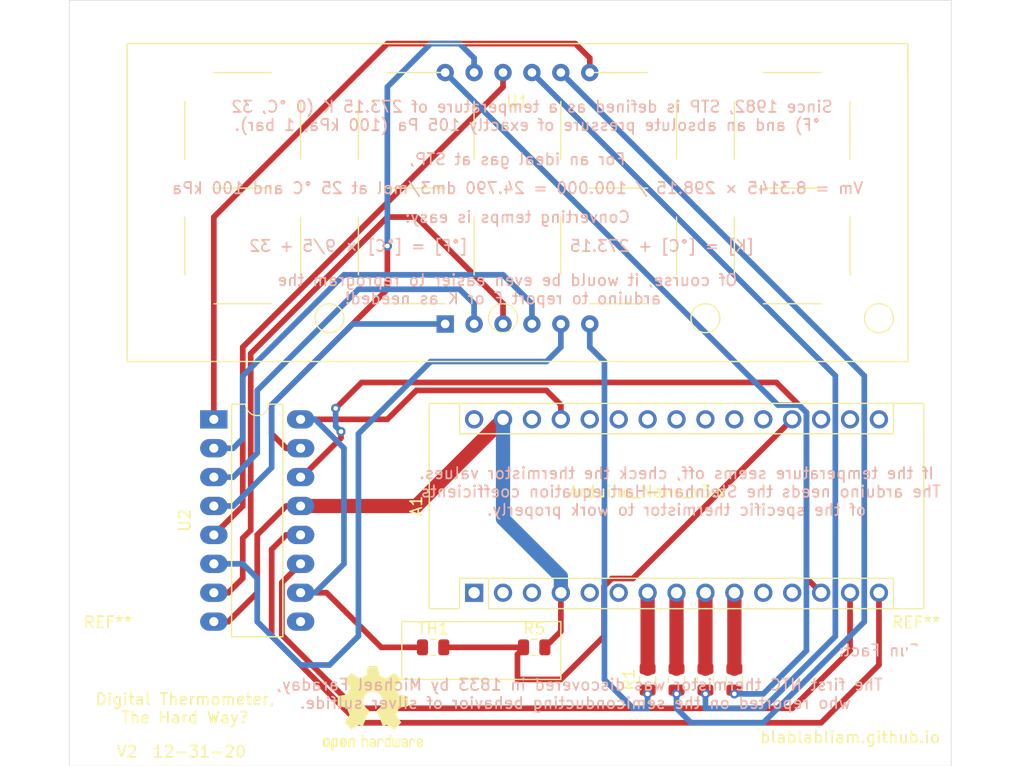
<source format=kicad_pcb>
(kicad_pcb (version 20171130) (host pcbnew "(5.1.6)-1")

  (general
    (thickness 1.6)
    (drawings 22)
    (tracks 160)
    (zones 0)
    (modules 12)
    (nets 43)
  )

  (page A4)
  (layers
    (0 F.Cu signal)
    (31 B.Cu signal)
    (32 B.Adhes user)
    (33 F.Adhes user)
    (34 B.Paste user)
    (35 F.Paste user)
    (36 B.SilkS user)
    (37 F.SilkS user)
    (38 B.Mask user)
    (39 F.Mask user)
    (40 Dwgs.User user)
    (41 Cmts.User user)
    (42 Eco1.User user)
    (43 Eco2.User user)
    (44 Edge.Cuts user)
    (45 Margin user)
    (46 B.CrtYd user)
    (47 F.CrtYd user)
    (48 B.Fab user)
    (49 F.Fab user)
  )

  (setup
    (last_trace_width 0.5)
    (user_trace_width 0.5)
    (user_trace_width 1.25)
    (user_trace_width 2.5)
    (trace_clearance 0.2)
    (zone_clearance 0.508)
    (zone_45_only no)
    (trace_min 0.2)
    (via_size 0.8)
    (via_drill 0.4)
    (via_min_size 0.4)
    (via_min_drill 0.3)
    (uvia_size 0.3)
    (uvia_drill 0.1)
    (uvias_allowed no)
    (uvia_min_size 0.2)
    (uvia_min_drill 0.1)
    (edge_width 0.05)
    (segment_width 0.2)
    (pcb_text_width 0.3)
    (pcb_text_size 1.5 1.5)
    (mod_edge_width 0.12)
    (mod_text_size 1 1)
    (mod_text_width 0.15)
    (pad_size 0.975 1.4)
    (pad_drill 0)
    (pad_to_mask_clearance 0.05)
    (aux_axis_origin 0 0)
    (visible_elements 7FFFFFFF)
    (pcbplotparams
      (layerselection 0x010fc_ffffffff)
      (usegerberextensions false)
      (usegerberattributes true)
      (usegerberadvancedattributes true)
      (creategerberjobfile true)
      (excludeedgelayer true)
      (linewidth 0.100000)
      (plotframeref false)
      (viasonmask false)
      (mode 1)
      (useauxorigin false)
      (hpglpennumber 1)
      (hpglpenspeed 20)
      (hpglpendiameter 15.000000)
      (psnegative false)
      (psa4output false)
      (plotreference true)
      (plotvalue true)
      (plotinvisibletext false)
      (padsonsilk false)
      (subtractmaskfromsilk false)
      (outputformat 1)
      (mirror false)
      (drillshape 0)
      (scaleselection 1)
      (outputdirectory "ManufactureFiles/"))
  )

  (net 0 "")
  (net 1 "Net-(A1-Pad16)")
  (net 2 "Net-(A1-Pad15)")
  (net 3 "Net-(A1-Pad30)")
  (net 4 "Net-(A1-Pad14)")
  (net 5 GND)
  (net 6 "Net-(A1-Pad13)")
  (net 7 "Net-(A1-Pad28)")
  (net 8 "Net-(A1-Pad12)")
  (net 9 "Net-(A1-Pad27)")
  (net 10 "Net-(A1-Pad11)")
  (net 11 "Net-(A1-Pad26)")
  (net 12 "Net-(A1-Pad10)")
  (net 13 "Net-(A1-Pad25)")
  (net 14 "Net-(A1-Pad9)")
  (net 15 "Net-(A1-Pad24)")
  (net 16 "Net-(A1-Pad8)")
  (net 17 "Net-(A1-Pad23)")
  (net 18 "Net-(A1-Pad22)")
  (net 19 "Net-(A1-Pad6)")
  (net 20 "Net-(A1-Pad21)")
  (net 21 "Net-(A1-Pad5)")
  (net 22 "Net-(A1-Pad20)")
  (net 23 "Net-(A1-Pad19)")
  (net 24 "Net-(A1-Pad3)")
  (net 25 "Net-(A1-Pad18)")
  (net 26 "Net-(A1-Pad2)")
  (net 27 "Net-(A1-Pad17)")
  (net 28 "Net-(A1-Pad1)")
  (net 29 "Net-(R1-Pad1)")
  (net 30 "Net-(R2-Pad2)")
  (net 31 "Net-(R3-Pad1)")
  (net 32 "Net-(R4-Pad1)")
  (net 33 "Net-(U1-Pad5)")
  (net 34 "Net-(U1-Pad4)")
  (net 35 "Net-(U1-Pad3)")
  (net 36 "Net-(U1-Pad2)")
  (net 37 "Net-(U1-Pad1)")
  (net 38 "Net-(U1-Pad7)")
  (net 39 "Net-(U1-Pad10)")
  (net 40 "Net-(U1-Pad11)")
  (net 41 "Net-(U2-Pad9)")
  (net 42 "Net-(A1-Pad7)")

  (net_class Default "This is the default net class."
    (clearance 0.2)
    (trace_width 0.25)
    (via_dia 0.8)
    (via_drill 0.4)
    (uvia_dia 0.3)
    (uvia_drill 0.1)
    (add_net GND)
    (add_net "Net-(A1-Pad1)")
    (add_net "Net-(A1-Pad10)")
    (add_net "Net-(A1-Pad11)")
    (add_net "Net-(A1-Pad12)")
    (add_net "Net-(A1-Pad13)")
    (add_net "Net-(A1-Pad14)")
    (add_net "Net-(A1-Pad15)")
    (add_net "Net-(A1-Pad16)")
    (add_net "Net-(A1-Pad17)")
    (add_net "Net-(A1-Pad18)")
    (add_net "Net-(A1-Pad19)")
    (add_net "Net-(A1-Pad2)")
    (add_net "Net-(A1-Pad20)")
    (add_net "Net-(A1-Pad21)")
    (add_net "Net-(A1-Pad22)")
    (add_net "Net-(A1-Pad23)")
    (add_net "Net-(A1-Pad24)")
    (add_net "Net-(A1-Pad25)")
    (add_net "Net-(A1-Pad26)")
    (add_net "Net-(A1-Pad27)")
    (add_net "Net-(A1-Pad28)")
    (add_net "Net-(A1-Pad3)")
    (add_net "Net-(A1-Pad30)")
    (add_net "Net-(A1-Pad5)")
    (add_net "Net-(A1-Pad6)")
    (add_net "Net-(A1-Pad7)")
    (add_net "Net-(A1-Pad8)")
    (add_net "Net-(A1-Pad9)")
    (add_net "Net-(R1-Pad1)")
    (add_net "Net-(R2-Pad2)")
    (add_net "Net-(R3-Pad1)")
    (add_net "Net-(R4-Pad1)")
    (add_net "Net-(U1-Pad1)")
    (add_net "Net-(U1-Pad10)")
    (add_net "Net-(U1-Pad11)")
    (add_net "Net-(U1-Pad2)")
    (add_net "Net-(U1-Pad3)")
    (add_net "Net-(U1-Pad4)")
    (add_net "Net-(U1-Pad5)")
    (add_net "Net-(U1-Pad7)")
    (add_net "Net-(U2-Pad9)")
  )

  (module MountingHole:MountingHole_2.2mm_M2 (layer F.Cu) (tedit 56D1B4CB) (tstamp 5FEF1D65)
    (at 176 82)
    (descr "Mounting Hole 2.2mm, no annular, M2")
    (tags "mounting hole 2.2mm no annular m2")
    (attr virtual)
    (fp_text reference REF** (at 0 -3.2) (layer F.SilkS)
      (effects (font (size 1 1) (thickness 0.15)))
    )
    (fp_text value MountingHole_2.2mm_M2 (at 0 3.2) (layer F.Fab)
      (effects (font (size 1 1) (thickness 0.15)))
    )
    (fp_text user %R (at 0.3 0) (layer F.Fab)
      (effects (font (size 1 1) (thickness 0.15)))
    )
    (fp_circle (center 0 0) (end 2.2 0) (layer Cmts.User) (width 0.15))
    (fp_circle (center 0 0) (end 2.45 0) (layer F.CrtYd) (width 0.05))
    (pad 1 np_thru_hole circle (at 0 0) (size 2.2 2.2) (drill 2.2) (layers *.Cu *.Mask))
  )

  (module MountingHole:MountingHole_2.2mm_M2 (layer F.Cu) (tedit 56D1B4CB) (tstamp 5FEF1D48)
    (at 105 82)
    (descr "Mounting Hole 2.2mm, no annular, M2")
    (tags "mounting hole 2.2mm no annular m2")
    (attr virtual)
    (fp_text reference REF** (at 0 -3.2) (layer F.SilkS)
      (effects (font (size 1 1) (thickness 0.15)))
    )
    (fp_text value MountingHole_2.2mm_M2 (at 0 3.2) (layer F.Fab)
      (effects (font (size 1 1) (thickness 0.15)))
    )
    (fp_text user %R (at 0.3 0) (layer F.Fab)
      (effects (font (size 1 1) (thickness 0.15)))
    )
    (fp_circle (center 0 0) (end 2.2 0) (layer Cmts.User) (width 0.15))
    (fp_circle (center 0 0) (end 2.45 0) (layer F.CrtYd) (width 0.05))
    (pad 1 np_thru_hole circle (at 0 0) (size 2.2 2.2) (drill 2.2) (layers *.Cu *.Mask))
  )

  (module Symbol:OSHW-Logo2_9.8x8mm_SilkScreen (layer F.Cu) (tedit 0) (tstamp 5FC7C8EC)
    (at 128.27 86.36)
    (descr "Open Source Hardware Symbol")
    (tags "Logo Symbol OSHW")
    (attr virtual)
    (fp_text reference REF** (at 0 0) (layer F.SilkS) hide
      (effects (font (size 1 1) (thickness 0.15)))
    )
    (fp_text value OSHW-Logo2_9.8x8mm_SilkScreen (at 0.75 0) (layer F.Fab) hide
      (effects (font (size 1 1) (thickness 0.15)))
    )
    (fp_poly (pts (xy 0.139878 -3.712224) (xy 0.245612 -3.711645) (xy 0.322132 -3.710078) (xy 0.374372 -3.707028)
      (xy 0.407263 -3.702004) (xy 0.425737 -3.694511) (xy 0.434727 -3.684056) (xy 0.439163 -3.670147)
      (xy 0.439594 -3.668346) (xy 0.446333 -3.635855) (xy 0.458808 -3.571748) (xy 0.475719 -3.482849)
      (xy 0.495771 -3.375981) (xy 0.517664 -3.257967) (xy 0.518429 -3.253822) (xy 0.540359 -3.138169)
      (xy 0.560877 -3.035986) (xy 0.578659 -2.953402) (xy 0.592381 -2.896544) (xy 0.600718 -2.871542)
      (xy 0.601116 -2.871099) (xy 0.625677 -2.85889) (xy 0.676315 -2.838544) (xy 0.742095 -2.814455)
      (xy 0.742461 -2.814326) (xy 0.825317 -2.783182) (xy 0.923 -2.743509) (xy 1.015077 -2.703619)
      (xy 1.019434 -2.701647) (xy 1.169407 -2.63358) (xy 1.501498 -2.860361) (xy 1.603374 -2.929496)
      (xy 1.695657 -2.991303) (xy 1.773003 -3.042267) (xy 1.830064 -3.078873) (xy 1.861495 -3.097606)
      (xy 1.864479 -3.098996) (xy 1.887321 -3.09281) (xy 1.929982 -3.062965) (xy 1.994128 -3.008053)
      (xy 2.081421 -2.926666) (xy 2.170535 -2.840078) (xy 2.256441 -2.754753) (xy 2.333327 -2.676892)
      (xy 2.396564 -2.611303) (xy 2.441523 -2.562795) (xy 2.463576 -2.536175) (xy 2.464396 -2.534805)
      (xy 2.466834 -2.516537) (xy 2.45765 -2.486705) (xy 2.434574 -2.441279) (xy 2.395337 -2.37623)
      (xy 2.33767 -2.28753) (xy 2.260795 -2.173343) (xy 2.19257 -2.072838) (xy 2.131582 -1.982697)
      (xy 2.081356 -1.908151) (xy 2.045416 -1.854435) (xy 2.027287 -1.826782) (xy 2.026146 -1.824905)
      (xy 2.028359 -1.79841) (xy 2.045138 -1.746914) (xy 2.073142 -1.680149) (xy 2.083122 -1.658828)
      (xy 2.126672 -1.563841) (xy 2.173134 -1.456063) (xy 2.210877 -1.362808) (xy 2.238073 -1.293594)
      (xy 2.259675 -1.240994) (xy 2.272158 -1.213503) (xy 2.273709 -1.211384) (xy 2.296668 -1.207876)
      (xy 2.350786 -1.198262) (xy 2.428868 -1.183911) (xy 2.523719 -1.166193) (xy 2.628143 -1.146475)
      (xy 2.734944 -1.126126) (xy 2.836926 -1.106514) (xy 2.926894 -1.089009) (xy 2.997653 -1.074978)
      (xy 3.042006 -1.065791) (xy 3.052885 -1.063193) (xy 3.064122 -1.056782) (xy 3.072605 -1.042303)
      (xy 3.078714 -1.014867) (xy 3.082832 -0.969589) (xy 3.085341 -0.90158) (xy 3.086621 -0.805953)
      (xy 3.087054 -0.67782) (xy 3.087077 -0.625299) (xy 3.087077 -0.198155) (xy 2.9845 -0.177909)
      (xy 2.927431 -0.16693) (xy 2.842269 -0.150905) (xy 2.739372 -0.131767) (xy 2.629096 -0.111449)
      (xy 2.598615 -0.105868) (xy 2.496855 -0.086083) (xy 2.408205 -0.066627) (xy 2.340108 -0.049303)
      (xy 2.300004 -0.035912) (xy 2.293323 -0.031921) (xy 2.276919 -0.003658) (xy 2.253399 0.051109)
      (xy 2.227316 0.121588) (xy 2.222142 0.136769) (xy 2.187956 0.230896) (xy 2.145523 0.337101)
      (xy 2.103997 0.432473) (xy 2.103792 0.432916) (xy 2.03464 0.582525) (xy 2.489512 1.251617)
      (xy 2.1975 1.544116) (xy 2.10918 1.63117) (xy 2.028625 1.707909) (xy 1.96036 1.770237)
      (xy 1.908908 1.814056) (xy 1.878794 1.83527) (xy 1.874474 1.836616) (xy 1.849111 1.826016)
      (xy 1.797358 1.796547) (xy 1.724868 1.751705) (xy 1.637294 1.694984) (xy 1.542612 1.631462)
      (xy 1.446516 1.566668) (xy 1.360837 1.510287) (xy 1.291016 1.465788) (xy 1.242494 1.436639)
      (xy 1.220782 1.426308) (xy 1.194293 1.43505) (xy 1.144062 1.458087) (xy 1.080451 1.490631)
      (xy 1.073708 1.494249) (xy 0.988046 1.53721) (xy 0.929306 1.558279) (xy 0.892772 1.558503)
      (xy 0.873731 1.538928) (xy 0.87362 1.538654) (xy 0.864102 1.515472) (xy 0.841403 1.460441)
      (xy 0.807282 1.377822) (xy 0.7635 1.271872) (xy 0.711816 1.146852) (xy 0.653992 1.00702)
      (xy 0.597991 0.871637) (xy 0.536447 0.722234) (xy 0.479939 0.583832) (xy 0.430161 0.460673)
      (xy 0.388806 0.357002) (xy 0.357568 0.277059) (xy 0.338141 0.225088) (xy 0.332154 0.205692)
      (xy 0.347168 0.183443) (xy 0.386439 0.147982) (xy 0.438807 0.108887) (xy 0.587941 -0.014755)
      (xy 0.704511 -0.156478) (xy 0.787118 -0.313296) (xy 0.834366 -0.482225) (xy 0.844857 -0.660278)
      (xy 0.837231 -0.742461) (xy 0.795682 -0.912969) (xy 0.724123 -1.063541) (xy 0.626995 -1.192691)
      (xy 0.508734 -1.298936) (xy 0.37378 -1.38079) (xy 0.226571 -1.436768) (xy 0.071544 -1.465385)
      (xy -0.086861 -1.465156) (xy -0.244206 -1.434595) (xy -0.396054 -1.372218) (xy -0.537965 -1.27654)
      (xy -0.597197 -1.222428) (xy -0.710797 -1.08348) (xy -0.789894 -0.931639) (xy -0.835014 -0.771333)
      (xy -0.846684 -0.606988) (xy -0.825431 -0.443029) (xy -0.77178 -0.283882) (xy -0.68626 -0.133975)
      (xy -0.569395 0.002267) (xy -0.438807 0.108887) (xy -0.384412 0.149642) (xy -0.345986 0.184718)
      (xy -0.332154 0.205726) (xy -0.339397 0.228635) (xy -0.359995 0.283365) (xy -0.392254 0.365672)
      (xy -0.434479 0.471315) (xy -0.484977 0.59605) (xy -0.542052 0.735636) (xy -0.598146 0.87167)
      (xy -0.660033 1.021201) (xy -0.717356 1.159767) (xy -0.768356 1.283107) (xy -0.811273 1.386964)
      (xy -0.844347 1.46708) (xy -0.865819 1.519195) (xy -0.873775 1.538654) (xy -0.892571 1.558423)
      (xy -0.928926 1.558365) (xy -0.987521 1.537441) (xy -1.073032 1.494613) (xy -1.073708 1.494249)
      (xy -1.138093 1.461012) (xy -1.190139 1.436802) (xy -1.219488 1.426404) (xy -1.220783 1.426308)
      (xy -1.242876 1.436855) (xy -1.291652 1.466184) (xy -1.361669 1.510827) (xy -1.447486 1.567314)
      (xy -1.542612 1.631462) (xy -1.63946 1.696411) (xy -1.726747 1.752896) (xy -1.798819 1.797421)
      (xy -1.850023 1.82649) (xy -1.874474 1.836616) (xy -1.89699 1.823307) (xy -1.942258 1.786112)
      (xy -2.005756 1.729128) (xy -2.082961 1.656449) (xy -2.169349 1.572171) (xy -2.197601 1.544016)
      (xy -2.489713 1.251416) (xy -2.267369 0.925104) (xy -2.199798 0.824897) (xy -2.140493 0.734963)
      (xy -2.092783 0.66051) (xy -2.059993 0.606751) (xy -2.045452 0.578894) (xy -2.045026 0.576912)
      (xy -2.052692 0.550655) (xy -2.073311 0.497837) (xy -2.103315 0.42731) (xy -2.124375 0.380093)
      (xy -2.163752 0.289694) (xy -2.200835 0.198366) (xy -2.229585 0.1212) (xy -2.237395 0.097692)
      (xy -2.259583 0.034916) (xy -2.281273 -0.013589) (xy -2.293187 -0.031921) (xy -2.319477 -0.043141)
      (xy -2.376858 -0.059046) (xy -2.457882 -0.077833) (xy -2.555105 -0.097701) (xy -2.598615 -0.105868)
      (xy -2.709104 -0.126171) (xy -2.815084 -0.14583) (xy -2.906199 -0.162912) (xy -2.972092 -0.175482)
      (xy -2.9845 -0.177909) (xy -3.087077 -0.198155) (xy -3.087077 -0.625299) (xy -3.086847 -0.765754)
      (xy -3.085901 -0.872021) (xy -3.083859 -0.948987) (xy -3.080338 -1.00154) (xy -3.074957 -1.034567)
      (xy -3.067334 -1.052955) (xy -3.057088 -1.061592) (xy -3.052885 -1.063193) (xy -3.02753 -1.068873)
      (xy -2.971516 -1.080205) (xy -2.892036 -1.095821) (xy -2.796288 -1.114353) (xy -2.691467 -1.134431)
      (xy -2.584768 -1.154688) (xy -2.483387 -1.173754) (xy -2.394521 -1.190261) (xy -2.325363 -1.202841)
      (xy -2.283111 -1.210125) (xy -2.27371 -1.211384) (xy -2.265193 -1.228237) (xy -2.24634 -1.27313)
      (xy -2.220676 -1.33757) (xy -2.210877 -1.362808) (xy -2.171352 -1.460314) (xy -2.124808 -1.568041)
      (xy -2.083123 -1.658828) (xy -2.05245 -1.728247) (xy -2.032044 -1.78529) (xy -2.025232 -1.820223)
      (xy -2.026318 -1.824905) (xy -2.040715 -1.847009) (xy -2.073588 -1.896169) (xy -2.12141 -1.967152)
      (xy -2.180652 -2.054722) (xy -2.247785 -2.153643) (xy -2.261059 -2.17317) (xy -2.338954 -2.28886)
      (xy -2.396213 -2.376956) (xy -2.435119 -2.441514) (xy -2.457956 -2.486589) (xy -2.467006 -2.516237)
      (xy -2.464552 -2.534515) (xy -2.464489 -2.534631) (xy -2.445173 -2.558639) (xy -2.402449 -2.605053)
      (xy -2.340949 -2.669063) (xy -2.265302 -2.745855) (xy -2.180139 -2.830618) (xy -2.170535 -2.840078)
      (xy -2.06321 -2.944011) (xy -1.980385 -3.020325) (xy -1.920395 -3.070429) (xy -1.881577 -3.09573)
      (xy -1.86448 -3.098996) (xy -1.839527 -3.08475) (xy -1.787745 -3.051844) (xy -1.71448 -3.003792)
      (xy -1.62508 -2.94411) (xy -1.524889 -2.876312) (xy -1.501499 -2.860361) (xy -1.169407 -2.63358)
      (xy -1.019435 -2.701647) (xy -0.92823 -2.741315) (xy -0.830331 -2.781209) (xy -0.746169 -2.813017)
      (xy -0.742462 -2.814326) (xy -0.676631 -2.838424) (xy -0.625884 -2.8588) (xy -0.601158 -2.871064)
      (xy -0.601116 -2.871099) (xy -0.593271 -2.893266) (xy -0.579934 -2.947783) (xy -0.56243 -3.02852)
      (xy -0.542083 -3.12935) (xy -0.520218 -3.244144) (xy -0.518429 -3.253822) (xy -0.496496 -3.372096)
      (xy -0.47636 -3.479458) (xy -0.45932 -3.569083) (xy -0.446672 -3.634149) (xy -0.439716 -3.667832)
      (xy -0.439594 -3.668346) (xy -0.435361 -3.682675) (xy -0.427129 -3.693493) (xy -0.409967 -3.701294)
      (xy -0.378942 -3.706571) (xy -0.329122 -3.709818) (xy -0.255576 -3.711528) (xy -0.153371 -3.712193)
      (xy -0.017575 -3.712307) (xy 0 -3.712308) (xy 0.139878 -3.712224)) (layer F.SilkS) (width 0.01))
    (fp_poly (pts (xy 4.245224 2.647838) (xy 4.322528 2.698361) (xy 4.359814 2.74359) (xy 4.389353 2.825663)
      (xy 4.391699 2.890607) (xy 4.386385 2.977445) (xy 4.186115 3.065103) (xy 4.088739 3.109887)
      (xy 4.025113 3.145913) (xy 3.992029 3.177117) (xy 3.98628 3.207436) (xy 4.004658 3.240805)
      (xy 4.024923 3.262923) (xy 4.083889 3.298393) (xy 4.148024 3.300879) (xy 4.206926 3.273235)
      (xy 4.250197 3.21832) (xy 4.257936 3.198928) (xy 4.295006 3.138364) (xy 4.337654 3.112552)
      (xy 4.396154 3.090471) (xy 4.396154 3.174184) (xy 4.390982 3.23115) (xy 4.370723 3.279189)
      (xy 4.328262 3.334346) (xy 4.321951 3.341514) (xy 4.27472 3.390585) (xy 4.234121 3.41692)
      (xy 4.183328 3.429035) (xy 4.14122 3.433003) (xy 4.065902 3.433991) (xy 4.012286 3.421466)
      (xy 3.978838 3.402869) (xy 3.926268 3.361975) (xy 3.889879 3.317748) (xy 3.86685 3.262126)
      (xy 3.854359 3.187047) (xy 3.849587 3.084449) (xy 3.849206 3.032376) (xy 3.850501 2.969948)
      (xy 3.968471 2.969948) (xy 3.969839 3.003438) (xy 3.973249 3.008923) (xy 3.995753 3.001472)
      (xy 4.044182 2.981753) (xy 4.108908 2.953718) (xy 4.122443 2.947692) (xy 4.204244 2.906096)
      (xy 4.249312 2.869538) (xy 4.259217 2.835296) (xy 4.235526 2.800648) (xy 4.21596 2.785339)
      (xy 4.14536 2.754721) (xy 4.07928 2.75978) (xy 4.023959 2.797151) (xy 3.985636 2.863473)
      (xy 3.973349 2.916116) (xy 3.968471 2.969948) (xy 3.850501 2.969948) (xy 3.85173 2.91072)
      (xy 3.861032 2.82071) (xy 3.87946 2.755167) (xy 3.90936 2.706912) (xy 3.95308 2.668767)
      (xy 3.972141 2.65644) (xy 4.058726 2.624336) (xy 4.153522 2.622316) (xy 4.245224 2.647838)) (layer F.SilkS) (width 0.01))
    (fp_poly (pts (xy 3.570807 2.636782) (xy 3.594161 2.646988) (xy 3.649902 2.691134) (xy 3.697569 2.754967)
      (xy 3.727048 2.823087) (xy 3.731846 2.85667) (xy 3.71576 2.903556) (xy 3.680475 2.928365)
      (xy 3.642644 2.943387) (xy 3.625321 2.946155) (xy 3.616886 2.926066) (xy 3.60023 2.882351)
      (xy 3.592923 2.862598) (xy 3.551948 2.794271) (xy 3.492622 2.760191) (xy 3.416552 2.761239)
      (xy 3.410918 2.762581) (xy 3.370305 2.781836) (xy 3.340448 2.819375) (xy 3.320055 2.879809)
      (xy 3.307836 2.967751) (xy 3.3025 3.087813) (xy 3.302 3.151698) (xy 3.301752 3.252403)
      (xy 3.300126 3.321054) (xy 3.295801 3.364673) (xy 3.287454 3.390282) (xy 3.273765 3.404903)
      (xy 3.253411 3.415558) (xy 3.252234 3.416095) (xy 3.213038 3.432667) (xy 3.193619 3.438769)
      (xy 3.190635 3.420319) (xy 3.188081 3.369323) (xy 3.18614 3.292308) (xy 3.184997 3.195805)
      (xy 3.184769 3.125184) (xy 3.185932 2.988525) (xy 3.190479 2.884851) (xy 3.199999 2.808108)
      (xy 3.216081 2.752246) (xy 3.240313 2.711212) (xy 3.274286 2.678954) (xy 3.307833 2.65644)
      (xy 3.388499 2.626476) (xy 3.482381 2.619718) (xy 3.570807 2.636782)) (layer F.SilkS) (width 0.01))
    (fp_poly (pts (xy 2.887333 2.633528) (xy 2.94359 2.659117) (xy 2.987747 2.690124) (xy 3.020101 2.724795)
      (xy 3.042438 2.76952) (xy 3.056546 2.830692) (xy 3.064211 2.914701) (xy 3.06722 3.02794)
      (xy 3.067538 3.102509) (xy 3.067538 3.39342) (xy 3.017773 3.416095) (xy 2.978576 3.432667)
      (xy 2.959157 3.438769) (xy 2.955442 3.42061) (xy 2.952495 3.371648) (xy 2.950691 3.300153)
      (xy 2.950308 3.243385) (xy 2.948661 3.161371) (xy 2.944222 3.096309) (xy 2.93774 3.056467)
      (xy 2.93259 3.048) (xy 2.897977 3.056646) (xy 2.84364 3.078823) (xy 2.780722 3.108886)
      (xy 2.720368 3.141192) (xy 2.673721 3.170098) (xy 2.651926 3.189961) (xy 2.651839 3.190175)
      (xy 2.653714 3.226935) (xy 2.670525 3.262026) (xy 2.700039 3.290528) (xy 2.743116 3.300061)
      (xy 2.779932 3.29895) (xy 2.832074 3.298133) (xy 2.859444 3.310349) (xy 2.875882 3.342624)
      (xy 2.877955 3.34871) (xy 2.885081 3.394739) (xy 2.866024 3.422687) (xy 2.816353 3.436007)
      (xy 2.762697 3.43847) (xy 2.666142 3.42021) (xy 2.616159 3.394131) (xy 2.554429 3.332868)
      (xy 2.52169 3.25767) (xy 2.518753 3.178211) (xy 2.546424 3.104167) (xy 2.588047 3.057769)
      (xy 2.629604 3.031793) (xy 2.694922 2.998907) (xy 2.771038 2.965557) (xy 2.783726 2.960461)
      (xy 2.867333 2.923565) (xy 2.91553 2.891046) (xy 2.93103 2.858718) (xy 2.91655 2.822394)
      (xy 2.891692 2.794) (xy 2.832939 2.759039) (xy 2.768293 2.756417) (xy 2.709008 2.783358)
      (xy 2.666339 2.837088) (xy 2.660739 2.85095) (xy 2.628133 2.901936) (xy 2.58053 2.939787)
      (xy 2.520461 2.97085) (xy 2.520461 2.882768) (xy 2.523997 2.828951) (xy 2.539156 2.786534)
      (xy 2.572768 2.741279) (xy 2.605035 2.70642) (xy 2.655209 2.657062) (xy 2.694193 2.630547)
      (xy 2.736064 2.619911) (xy 2.78346 2.618154) (xy 2.887333 2.633528)) (layer F.SilkS) (width 0.01))
    (fp_poly (pts (xy 2.395929 2.636662) (xy 2.398911 2.688068) (xy 2.401247 2.766192) (xy 2.402749 2.864857)
      (xy 2.403231 2.968343) (xy 2.403231 3.318533) (xy 2.341401 3.380363) (xy 2.298793 3.418462)
      (xy 2.26139 3.433895) (xy 2.21027 3.432918) (xy 2.189978 3.430433) (xy 2.126554 3.4232)
      (xy 2.074095 3.419055) (xy 2.061308 3.418672) (xy 2.018199 3.421176) (xy 1.956544 3.427462)
      (xy 1.932638 3.430433) (xy 1.873922 3.435028) (xy 1.834464 3.425046) (xy 1.795338 3.394228)
      (xy 1.781215 3.380363) (xy 1.719385 3.318533) (xy 1.719385 2.663503) (xy 1.76915 2.640829)
      (xy 1.812002 2.624034) (xy 1.837073 2.618154) (xy 1.843501 2.636736) (xy 1.849509 2.688655)
      (xy 1.854697 2.768172) (xy 1.858664 2.869546) (xy 1.860577 2.955192) (xy 1.865923 3.292231)
      (xy 1.91256 3.298825) (xy 1.954976 3.294214) (xy 1.97576 3.279287) (xy 1.98157 3.251377)
      (xy 1.98653 3.191925) (xy 1.990246 3.108466) (xy 1.992324 3.008532) (xy 1.992624 2.957104)
      (xy 1.992923 2.661054) (xy 2.054454 2.639604) (xy 2.098004 2.62502) (xy 2.121694 2.618219)
      (xy 2.122377 2.618154) (xy 2.124754 2.636642) (xy 2.127366 2.687906) (xy 2.129995 2.765649)
      (xy 2.132421 2.863574) (xy 2.134115 2.955192) (xy 2.139461 3.292231) (xy 2.256692 3.292231)
      (xy 2.262072 2.984746) (xy 2.267451 2.677261) (xy 2.324601 2.647707) (xy 2.366797 2.627413)
      (xy 2.39177 2.618204) (xy 2.392491 2.618154) (xy 2.395929 2.636662)) (layer F.SilkS) (width 0.01))
    (fp_poly (pts (xy 1.602081 2.780289) (xy 1.601833 2.92632) (xy 1.600872 3.038655) (xy 1.598794 3.122678)
      (xy 1.595193 3.183769) (xy 1.589665 3.227309) (xy 1.581804 3.258679) (xy 1.571207 3.283262)
      (xy 1.563182 3.297294) (xy 1.496728 3.373388) (xy 1.41247 3.421084) (xy 1.319249 3.438199)
      (xy 1.2259 3.422546) (xy 1.170312 3.394418) (xy 1.111957 3.34576) (xy 1.072186 3.286333)
      (xy 1.04819 3.208507) (xy 1.037161 3.104652) (xy 1.035599 3.028462) (xy 1.035809 3.022986)
      (xy 1.172308 3.022986) (xy 1.173141 3.110355) (xy 1.176961 3.168192) (xy 1.185746 3.206029)
      (xy 1.201474 3.233398) (xy 1.220266 3.254042) (xy 1.283375 3.29389) (xy 1.351137 3.297295)
      (xy 1.415179 3.264025) (xy 1.420164 3.259517) (xy 1.441439 3.236067) (xy 1.454779 3.208166)
      (xy 1.462001 3.166641) (xy 1.464923 3.102316) (xy 1.465385 3.0312) (xy 1.464383 2.941858)
      (xy 1.460238 2.882258) (xy 1.451236 2.843089) (xy 1.435667 2.81504) (xy 1.422902 2.800144)
      (xy 1.3636 2.762575) (xy 1.295301 2.758057) (xy 1.23011 2.786753) (xy 1.217528 2.797406)
      (xy 1.196111 2.821063) (xy 1.182744 2.849251) (xy 1.175566 2.891245) (xy 1.172719 2.956319)
      (xy 1.172308 3.022986) (xy 1.035809 3.022986) (xy 1.040322 2.905765) (xy 1.056362 2.813577)
      (xy 1.086528 2.744269) (xy 1.133629 2.690211) (xy 1.170312 2.662505) (xy 1.23699 2.632572)
      (xy 1.314272 2.618678) (xy 1.38611 2.622397) (xy 1.426308 2.6374) (xy 1.442082 2.64167)
      (xy 1.45255 2.62575) (xy 1.459856 2.583089) (xy 1.465385 2.518106) (xy 1.471437 2.445732)
      (xy 1.479844 2.402187) (xy 1.495141 2.377287) (xy 1.521864 2.360845) (xy 1.538654 2.353564)
      (xy 1.602154 2.326963) (xy 1.602081 2.780289)) (layer F.SilkS) (width 0.01))
    (fp_poly (pts (xy 0.713362 2.62467) (xy 0.802117 2.657421) (xy 0.874022 2.71535) (xy 0.902144 2.756128)
      (xy 0.932802 2.830954) (xy 0.932165 2.885058) (xy 0.899987 2.921446) (xy 0.888081 2.927633)
      (xy 0.836675 2.946925) (xy 0.810422 2.941982) (xy 0.80153 2.909587) (xy 0.801077 2.891692)
      (xy 0.784797 2.825859) (xy 0.742365 2.779807) (xy 0.683388 2.757564) (xy 0.617475 2.763161)
      (xy 0.563895 2.792229) (xy 0.545798 2.80881) (xy 0.532971 2.828925) (xy 0.524306 2.859332)
      (xy 0.518696 2.906788) (xy 0.515035 2.97805) (xy 0.512215 3.079875) (xy 0.511484 3.112115)
      (xy 0.50882 3.22241) (xy 0.505792 3.300036) (xy 0.50125 3.351396) (xy 0.494046 3.38289)
      (xy 0.483033 3.40092) (xy 0.46706 3.411888) (xy 0.456834 3.416733) (xy 0.413406 3.433301)
      (xy 0.387842 3.438769) (xy 0.379395 3.420507) (xy 0.374239 3.365296) (xy 0.372346 3.272499)
      (xy 0.373689 3.141478) (xy 0.374107 3.121269) (xy 0.377058 3.001733) (xy 0.380548 2.914449)
      (xy 0.385514 2.852591) (xy 0.392893 2.809336) (xy 0.403624 2.77786) (xy 0.418645 2.751339)
      (xy 0.426502 2.739975) (xy 0.471553 2.689692) (xy 0.52194 2.650581) (xy 0.528108 2.647167)
      (xy 0.618458 2.620212) (xy 0.713362 2.62467)) (layer F.SilkS) (width 0.01))
    (fp_poly (pts (xy 0.053501 2.626303) (xy 0.13006 2.654733) (xy 0.130936 2.655279) (xy 0.178285 2.690127)
      (xy 0.213241 2.730852) (xy 0.237825 2.783925) (xy 0.254062 2.855814) (xy 0.263975 2.952992)
      (xy 0.269586 3.081928) (xy 0.270077 3.100298) (xy 0.277141 3.377287) (xy 0.217695 3.408028)
      (xy 0.174681 3.428802) (xy 0.14871 3.438646) (xy 0.147509 3.438769) (xy 0.143014 3.420606)
      (xy 0.139444 3.371612) (xy 0.137248 3.300031) (xy 0.136769 3.242068) (xy 0.136758 3.14817)
      (xy 0.132466 3.089203) (xy 0.117503 3.061079) (xy 0.085482 3.059706) (xy 0.030014 3.080998)
      (xy -0.053731 3.120136) (xy -0.115311 3.152643) (xy -0.146983 3.180845) (xy -0.156294 3.211582)
      (xy -0.156308 3.213104) (xy -0.140943 3.266054) (xy -0.095453 3.29466) (xy -0.025834 3.298803)
      (xy 0.024313 3.298084) (xy 0.050754 3.312527) (xy 0.067243 3.347218) (xy 0.076733 3.391416)
      (xy 0.063057 3.416493) (xy 0.057907 3.420082) (xy 0.009425 3.434496) (xy -0.058469 3.436537)
      (xy -0.128388 3.426983) (xy -0.177932 3.409522) (xy -0.24643 3.351364) (xy -0.285366 3.270408)
      (xy -0.293077 3.20716) (xy -0.287193 3.150111) (xy -0.265899 3.103542) (xy -0.223735 3.062181)
      (xy -0.155241 3.020755) (xy -0.054956 2.973993) (xy -0.048846 2.97135) (xy 0.04149 2.929617)
      (xy 0.097235 2.895391) (xy 0.121129 2.864635) (xy 0.115913 2.833311) (xy 0.084328 2.797383)
      (xy 0.074883 2.789116) (xy 0.011617 2.757058) (xy -0.053936 2.758407) (xy -0.111028 2.789838)
      (xy -0.148907 2.848024) (xy -0.152426 2.859446) (xy -0.1867 2.914837) (xy -0.230191 2.941518)
      (xy -0.293077 2.96796) (xy -0.293077 2.899548) (xy -0.273948 2.80011) (xy -0.217169 2.708902)
      (xy -0.187622 2.678389) (xy -0.120458 2.639228) (xy -0.035044 2.6215) (xy 0.053501 2.626303)) (layer F.SilkS) (width 0.01))
    (fp_poly (pts (xy -0.840154 2.49212) (xy -0.834428 2.57198) (xy -0.827851 2.619039) (xy -0.818738 2.639566)
      (xy -0.805402 2.639829) (xy -0.801077 2.637378) (xy -0.743556 2.619636) (xy -0.668732 2.620672)
      (xy -0.592661 2.63891) (xy -0.545082 2.662505) (xy -0.496298 2.700198) (xy -0.460636 2.742855)
      (xy -0.436155 2.797057) (xy -0.420913 2.869384) (xy -0.41297 2.966419) (xy -0.410384 3.094742)
      (xy -0.410338 3.119358) (xy -0.410308 3.39587) (xy -0.471839 3.41732) (xy -0.515541 3.431912)
      (xy -0.539518 3.438706) (xy -0.540223 3.438769) (xy -0.542585 3.420345) (xy -0.544594 3.369526)
      (xy -0.546099 3.292993) (xy -0.546947 3.19743) (xy -0.547077 3.139329) (xy -0.547349 3.024771)
      (xy -0.548748 2.942667) (xy -0.552151 2.886393) (xy -0.558433 2.849326) (xy -0.568471 2.824844)
      (xy -0.583139 2.806325) (xy -0.592298 2.797406) (xy -0.655211 2.761466) (xy -0.723864 2.758775)
      (xy -0.786152 2.78917) (xy -0.797671 2.800144) (xy -0.814567 2.820779) (xy -0.826286 2.845256)
      (xy -0.833767 2.880647) (xy -0.837946 2.934026) (xy -0.839763 3.012466) (xy -0.840154 3.120617)
      (xy -0.840154 3.39587) (xy -0.901685 3.41732) (xy -0.945387 3.431912) (xy -0.969364 3.438706)
      (xy -0.97007 3.438769) (xy -0.971874 3.420069) (xy -0.9735 3.367322) (xy -0.974883 3.285557)
      (xy -0.975958 3.179805) (xy -0.97666 3.055094) (xy -0.976923 2.916455) (xy -0.976923 2.381806)
      (xy -0.849923 2.328236) (xy -0.840154 2.49212)) (layer F.SilkS) (width 0.01))
    (fp_poly (pts (xy -2.465746 2.599745) (xy -2.388714 2.651567) (xy -2.329184 2.726412) (xy -2.293622 2.821654)
      (xy -2.286429 2.891756) (xy -2.287246 2.921009) (xy -2.294086 2.943407) (xy -2.312888 2.963474)
      (xy -2.349592 2.985733) (xy -2.410138 3.014709) (xy -2.500466 3.054927) (xy -2.500923 3.055129)
      (xy -2.584067 3.09321) (xy -2.652247 3.127025) (xy -2.698495 3.152933) (xy -2.715842 3.167295)
      (xy -2.715846 3.167411) (xy -2.700557 3.198685) (xy -2.664804 3.233157) (xy -2.623758 3.25799)
      (xy -2.602963 3.262923) (xy -2.54623 3.245862) (xy -2.497373 3.203133) (xy -2.473535 3.156155)
      (xy -2.450603 3.121522) (xy -2.405682 3.082081) (xy -2.352877 3.048009) (xy -2.30629 3.02948)
      (xy -2.296548 3.028462) (xy -2.285582 3.045215) (xy -2.284921 3.088039) (xy -2.29298 3.145781)
      (xy -2.308173 3.207289) (xy -2.328914 3.261409) (xy -2.329962 3.26351) (xy -2.392379 3.35066)
      (xy -2.473274 3.409939) (xy -2.565144 3.439034) (xy -2.660487 3.435634) (xy -2.751802 3.397428)
      (xy -2.755862 3.394741) (xy -2.827694 3.329642) (xy -2.874927 3.244705) (xy -2.901066 3.133021)
      (xy -2.904574 3.101643) (xy -2.910787 2.953536) (xy -2.903339 2.884468) (xy -2.715846 2.884468)
      (xy -2.71341 2.927552) (xy -2.700086 2.940126) (xy -2.666868 2.930719) (xy -2.614506 2.908483)
      (xy -2.555976 2.88061) (xy -2.554521 2.879872) (xy -2.504911 2.853777) (xy -2.485 2.836363)
      (xy -2.48991 2.818107) (xy -2.510584 2.79412) (xy -2.563181 2.759406) (xy -2.619823 2.756856)
      (xy -2.670631 2.782119) (xy -2.705724 2.830847) (xy -2.715846 2.884468) (xy -2.903339 2.884468)
      (xy -2.898008 2.835036) (xy -2.865222 2.741055) (xy -2.819579 2.675215) (xy -2.737198 2.608681)
      (xy -2.646454 2.575676) (xy -2.553815 2.573573) (xy -2.465746 2.599745)) (layer F.SilkS) (width 0.01))
    (fp_poly (pts (xy -3.983114 2.587256) (xy -3.891536 2.635409) (xy -3.823951 2.712905) (xy -3.799943 2.762727)
      (xy -3.781262 2.837533) (xy -3.771699 2.932052) (xy -3.770792 3.03521) (xy -3.778079 3.135935)
      (xy -3.793097 3.223153) (xy -3.815385 3.285791) (xy -3.822235 3.296579) (xy -3.903368 3.377105)
      (xy -3.999734 3.425336) (xy -4.104299 3.43945) (xy -4.210032 3.417629) (xy -4.239457 3.404547)
      (xy -4.296759 3.364231) (xy -4.34705 3.310775) (xy -4.351803 3.303995) (xy -4.371122 3.271321)
      (xy -4.383892 3.236394) (xy -4.391436 3.190414) (xy -4.395076 3.124584) (xy -4.396135 3.030105)
      (xy -4.396154 3.008923) (xy -4.396106 3.002182) (xy -4.200769 3.002182) (xy -4.199632 3.091349)
      (xy -4.195159 3.15052) (xy -4.185754 3.188741) (xy -4.169824 3.215053) (xy -4.161692 3.223846)
      (xy -4.114942 3.257261) (xy -4.069553 3.255737) (xy -4.02366 3.226752) (xy -3.996288 3.195809)
      (xy -3.980077 3.150643) (xy -3.970974 3.07942) (xy -3.970349 3.071114) (xy -3.968796 2.942037)
      (xy -3.985035 2.846172) (xy -4.018848 2.784107) (xy -4.070016 2.756432) (xy -4.08828 2.754923)
      (xy -4.13624 2.762513) (xy -4.169047 2.788808) (xy -4.189105 2.839095) (xy -4.198822 2.918664)
      (xy -4.200769 3.002182) (xy -4.396106 3.002182) (xy -4.395426 2.908249) (xy -4.392371 2.837906)
      (xy -4.385678 2.789163) (xy -4.37404 2.753288) (xy -4.356147 2.721548) (xy -4.352192 2.715648)
      (xy -4.285733 2.636104) (xy -4.213315 2.589929) (xy -4.125151 2.571599) (xy -4.095213 2.570703)
      (xy -3.983114 2.587256)) (layer F.SilkS) (width 0.01))
    (fp_poly (pts (xy -1.728336 2.595089) (xy -1.665633 2.631358) (xy -1.622039 2.667358) (xy -1.590155 2.705075)
      (xy -1.56819 2.751199) (xy -1.554351 2.812421) (xy -1.546847 2.895431) (xy -1.543883 3.006919)
      (xy -1.543539 3.087062) (xy -1.543539 3.382065) (xy -1.709615 3.456515) (xy -1.719385 3.133402)
      (xy -1.723421 3.012729) (xy -1.727656 2.925141) (xy -1.732903 2.86465) (xy -1.739975 2.825268)
      (xy -1.749689 2.801007) (xy -1.762856 2.78588) (xy -1.767081 2.782606) (xy -1.831091 2.757034)
      (xy -1.895792 2.767153) (xy -1.934308 2.794) (xy -1.949975 2.813024) (xy -1.96082 2.837988)
      (xy -1.967712 2.875834) (xy -1.971521 2.933502) (xy -1.973117 3.017935) (xy -1.973385 3.105928)
      (xy -1.973437 3.216323) (xy -1.975328 3.294463) (xy -1.981655 3.347165) (xy -1.995017 3.381242)
      (xy -2.018015 3.403511) (xy -2.053246 3.420787) (xy -2.100303 3.438738) (xy -2.151697 3.458278)
      (xy -2.145579 3.111485) (xy -2.143116 2.986468) (xy -2.140233 2.894082) (xy -2.136102 2.827881)
      (xy -2.129893 2.78142) (xy -2.120774 2.748256) (xy -2.107917 2.721944) (xy -2.092416 2.698729)
      (xy -2.017629 2.624569) (xy -1.926372 2.581684) (xy -1.827117 2.571412) (xy -1.728336 2.595089)) (layer F.SilkS) (width 0.01))
    (fp_poly (pts (xy -3.231114 2.584505) (xy -3.156461 2.621727) (xy -3.090569 2.690261) (xy -3.072423 2.715648)
      (xy -3.052655 2.748866) (xy -3.039828 2.784945) (xy -3.03249 2.833098) (xy -3.029187 2.902536)
      (xy -3.028462 2.994206) (xy -3.031737 3.11983) (xy -3.043123 3.214154) (xy -3.064959 3.284523)
      (xy -3.099581 3.338286) (xy -3.14933 3.382788) (xy -3.152986 3.385423) (xy -3.202015 3.412377)
      (xy -3.261055 3.425712) (xy -3.336141 3.429) (xy -3.458205 3.429) (xy -3.458256 3.547497)
      (xy -3.459392 3.613492) (xy -3.466314 3.652202) (xy -3.484402 3.675419) (xy -3.519038 3.694933)
      (xy -3.527355 3.69892) (xy -3.56628 3.717603) (xy -3.596417 3.729403) (xy -3.618826 3.730422)
      (xy -3.634567 3.716761) (xy -3.644698 3.684522) (xy -3.650277 3.629804) (xy -3.652365 3.548711)
      (xy -3.652019 3.437344) (xy -3.6503 3.291802) (xy -3.649763 3.248269) (xy -3.647828 3.098205)
      (xy -3.646096 3.000042) (xy -3.458308 3.000042) (xy -3.457252 3.083364) (xy -3.452562 3.13788)
      (xy -3.441949 3.173837) (xy -3.423128 3.201482) (xy -3.41035 3.214965) (xy -3.35811 3.254417)
      (xy -3.311858 3.257628) (xy -3.264133 3.225049) (xy -3.262923 3.223846) (xy -3.243506 3.198668)
      (xy -3.231693 3.164447) (xy -3.225735 3.111748) (xy -3.22388 3.031131) (xy -3.223846 3.013271)
      (xy -3.22833 2.902175) (xy -3.242926 2.825161) (xy -3.26935 2.778147) (xy -3.309317 2.75705)
      (xy -3.332416 2.754923) (xy -3.387238 2.7649) (xy -3.424842 2.797752) (xy -3.447477 2.857857)
      (xy -3.457394 2.949598) (xy -3.458308 3.000042) (xy -3.646096 3.000042) (xy -3.645778 2.98206)
      (xy -3.643127 2.894679) (xy -3.639394 2.830905) (xy -3.634093 2.785582) (xy -3.626742 2.753555)
      (xy -3.616857 2.729668) (xy -3.603954 2.708764) (xy -3.598421 2.700898) (xy -3.525031 2.626595)
      (xy -3.43224 2.584467) (xy -3.324904 2.572722) (xy -3.231114 2.584505)) (layer F.SilkS) (width 0.01))
  )

  (module Package_DIP:DIP-16_W7.62mm_LongPads (layer F.Cu) (tedit 5A02E8C5) (tstamp 5FC7B5AB)
    (at 114.3 60.96)
    (descr "16-lead though-hole mounted DIP package, row spacing 7.62 mm (300 mils), LongPads")
    (tags "THT DIP DIL PDIP 2.54mm 7.62mm 300mil LongPads")
    (path /5FC4D2DB)
    (fp_text reference U2 (at -2.54 8.89 90) (layer F.SilkS)
      (effects (font (size 1 1) (thickness 0.15)))
    )
    (fp_text value 74HC595 (at 3.81 20.11) (layer F.Fab)
      (effects (font (size 1 1) (thickness 0.15)))
    )
    (fp_line (start 9.1 -1.55) (end -1.45 -1.55) (layer F.CrtYd) (width 0.05))
    (fp_line (start 9.1 19.3) (end 9.1 -1.55) (layer F.CrtYd) (width 0.05))
    (fp_line (start -1.45 19.3) (end 9.1 19.3) (layer F.CrtYd) (width 0.05))
    (fp_line (start -1.45 -1.55) (end -1.45 19.3) (layer F.CrtYd) (width 0.05))
    (fp_line (start 6.06 -1.33) (end 4.81 -1.33) (layer F.SilkS) (width 0.12))
    (fp_line (start 6.06 19.11) (end 6.06 -1.33) (layer F.SilkS) (width 0.12))
    (fp_line (start 1.56 19.11) (end 6.06 19.11) (layer F.SilkS) (width 0.12))
    (fp_line (start 1.56 -1.33) (end 1.56 19.11) (layer F.SilkS) (width 0.12))
    (fp_line (start 2.81 -1.33) (end 1.56 -1.33) (layer F.SilkS) (width 0.12))
    (fp_line (start 0.635 -0.27) (end 1.635 -1.27) (layer F.Fab) (width 0.1))
    (fp_line (start 0.635 19.05) (end 0.635 -0.27) (layer F.Fab) (width 0.1))
    (fp_line (start 6.985 19.05) (end 0.635 19.05) (layer F.Fab) (width 0.1))
    (fp_line (start 6.985 -1.27) (end 6.985 19.05) (layer F.Fab) (width 0.1))
    (fp_line (start 1.635 -1.27) (end 6.985 -1.27) (layer F.Fab) (width 0.1))
    (fp_text user %R (at 3.81 8.89) (layer F.Fab)
      (effects (font (size 1 1) (thickness 0.15)))
    )
    (fp_arc (start 3.81 -1.33) (end 2.81 -1.33) (angle -180) (layer F.SilkS) (width 0.12))
    (pad 16 thru_hole oval (at 7.62 0) (size 2.4 1.6) (drill 0.8) (layers *.Cu *.Mask)
      (net 9 "Net-(A1-Pad27)"))
    (pad 8 thru_hole oval (at 0 17.78) (size 2.4 1.6) (drill 0.8) (layers *.Cu *.Mask)
      (net 5 GND))
    (pad 15 thru_hole oval (at 7.62 2.54) (size 2.4 1.6) (drill 0.8) (layers *.Cu *.Mask)
      (net 40 "Net-(U1-Pad11)"))
    (pad 7 thru_hole oval (at 0 15.24) (size 2.4 1.6) (drill 0.8) (layers *.Cu *.Mask)
      (net 35 "Net-(U1-Pad3)"))
    (pad 14 thru_hole oval (at 7.62 5.08) (size 2.4 1.6) (drill 0.8) (layers *.Cu *.Mask)
      (net 6 "Net-(A1-Pad13)"))
    (pad 6 thru_hole oval (at 0 12.7) (size 2.4 1.6) (drill 0.8) (layers *.Cu *.Mask)
      (net 33 "Net-(U1-Pad5)"))
    (pad 13 thru_hole oval (at 7.62 7.62) (size 2.4 1.6) (drill 0.8) (layers *.Cu *.Mask)
      (net 5 GND))
    (pad 5 thru_hole oval (at 0 10.16) (size 2.4 1.6) (drill 0.8) (layers *.Cu *.Mask)
      (net 39 "Net-(U1-Pad10)"))
    (pad 12 thru_hole oval (at 7.62 10.16) (size 2.4 1.6) (drill 0.8) (layers *.Cu *.Mask)
      (net 2 "Net-(A1-Pad15)"))
    (pad 4 thru_hole oval (at 0 7.62) (size 2.4 1.6) (drill 0.8) (layers *.Cu *.Mask)
      (net 37 "Net-(U1-Pad1)"))
    (pad 11 thru_hole oval (at 7.62 12.7) (size 2.4 1.6) (drill 0.8) (layers *.Cu *.Mask)
      (net 4 "Net-(A1-Pad14)"))
    (pad 3 thru_hole oval (at 0 5.08) (size 2.4 1.6) (drill 0.8) (layers *.Cu *.Mask)
      (net 36 "Net-(U1-Pad2)"))
    (pad 10 thru_hole oval (at 7.62 15.24) (size 2.4 1.6) (drill 0.8) (layers *.Cu *.Mask)
      (net 9 "Net-(A1-Pad27)"))
    (pad 2 thru_hole oval (at 0 2.54) (size 2.4 1.6) (drill 0.8) (layers *.Cu *.Mask)
      (net 34 "Net-(U1-Pad4)"))
    (pad 9 thru_hole oval (at 7.62 17.78) (size 2.4 1.6) (drill 0.8) (layers *.Cu *.Mask)
      (net 41 "Net-(U2-Pad9)"))
    (pad 1 thru_hole rect (at 0 0) (size 2.4 1.6) (drill 0.8) (layers *.Cu *.Mask)
      (net 38 "Net-(U1-Pad7)"))
    (model ${KISYS3DMOD}/Package_DIP.3dshapes/DIP-16_W7.62mm.wrl
      (at (xyz 0 0 0))
      (scale (xyz 1 1 1))
      (rotate (xyz 0 0 0))
    )
  )

  (module CircuitBoard:HKL-8041-AB (layer F.Cu) (tedit 5FC75373) (tstamp 5FC7B587)
    (at 139.7 27.94)
    (path /5FC40EA8)
    (fp_text reference U1 (at 1.27 5.08) (layer F.SilkS)
      (effects (font (size 1 1) (thickness 0.15)))
    )
    (fp_text value CC56-12CGKWA (at 0 -0.5) (layer F.Fab)
      (effects (font (size 1 1) (thickness 0.15)))
    )
    (fp_circle (center 33.02 24.13) (end 31.75 24.13) (layer F.SilkS) (width 0.12))
    (fp_line (start 22.86 22.86) (end 27.94 22.86) (layer F.SilkS) (width 0.12))
    (fp_line (start 30.48 15.24) (end 30.48 20.32) (layer F.SilkS) (width 0.12))
    (fp_line (start 20.32 15.24) (end 20.32 20.32) (layer F.SilkS) (width 0.12))
    (fp_line (start 22.86 12.7) (end 27.94 12.7) (layer F.SilkS) (width 0.12))
    (fp_line (start 20.32 10.16) (end 20.32 7.62) (layer F.SilkS) (width 0.12))
    (fp_line (start 30.48 10.16) (end 30.48 7.62) (layer F.SilkS) (width 0.12))
    (fp_line (start 30.48 5.08) (end 30.48 7.62) (layer F.SilkS) (width 0.12))
    (fp_line (start 20.32 5.08) (end 20.32 7.62) (layer F.SilkS) (width 0.12))
    (fp_line (start 22.86 2.54) (end 27.94 2.54) (layer F.SilkS) (width 0.12))
    (fp_circle (center 17.78 24.13) (end 16.51 24.13) (layer F.SilkS) (width 0.12))
    (fp_line (start 7.62 22.86) (end 12.7 22.86) (layer F.SilkS) (width 0.12))
    (fp_line (start 15.24 15.24) (end 15.24 20.32) (layer F.SilkS) (width 0.12))
    (fp_line (start 5.08 15.24) (end 5.08 20.32) (layer F.SilkS) (width 0.12))
    (fp_line (start 7.62 12.7) (end 12.7 12.7) (layer F.SilkS) (width 0.12))
    (fp_line (start 5.08 10.16) (end 5.08 7.62) (layer F.SilkS) (width 0.12))
    (fp_line (start 15.24 10.16) (end 15.24 7.62) (layer F.SilkS) (width 0.12))
    (fp_line (start 15.24 5.08) (end 15.24 7.62) (layer F.SilkS) (width 0.12))
    (fp_line (start 5.08 5.08) (end 5.08 7.62) (layer F.SilkS) (width 0.12))
    (fp_line (start 7.62 2.54) (end 12.7 2.54) (layer F.SilkS) (width 0.12))
    (fp_circle (center 0 24.13) (end -1.27 24.13) (layer F.SilkS) (width 0.12))
    (fp_line (start -10.16 22.86) (end -5.08 22.86) (layer F.SilkS) (width 0.12))
    (fp_line (start -2.54 15.24) (end -2.54 20.32) (layer F.SilkS) (width 0.12))
    (fp_line (start -12.7 15.24) (end -12.7 20.32) (layer F.SilkS) (width 0.12))
    (fp_line (start -10.16 12.7) (end -5.08 12.7) (layer F.SilkS) (width 0.12))
    (fp_line (start -12.7 10.16) (end -12.7 7.62) (layer F.SilkS) (width 0.12))
    (fp_line (start -2.54 10.16) (end -2.54 7.62) (layer F.SilkS) (width 0.12))
    (fp_line (start -2.54 5.08) (end -2.54 7.62) (layer F.SilkS) (width 0.12))
    (fp_line (start -12.7 5.08) (end -12.7 7.62) (layer F.SilkS) (width 0.12))
    (fp_line (start -10.16 2.54) (end -5.08 2.54) (layer F.SilkS) (width 0.12))
    (fp_circle (center -15.24 24.13) (end -16.51 24.13) (layer F.SilkS) (width 0.12))
    (fp_line (start -25.4 22.86) (end -20.32 22.86) (layer F.SilkS) (width 0.12))
    (fp_line (start -17.78 15.24) (end -17.78 20.32) (layer F.SilkS) (width 0.12))
    (fp_line (start -27.94 15.24) (end -27.94 20.32) (layer F.SilkS) (width 0.12))
    (fp_line (start -25.4 12.7) (end -20.32 12.7) (layer F.SilkS) (width 0.12))
    (fp_line (start -17.78 10.16) (end -17.78 7.62) (layer F.SilkS) (width 0.12))
    (fp_line (start -27.94 10.16) (end -27.94 7.62) (layer F.SilkS) (width 0.12))
    (fp_line (start -17.78 5.08) (end -17.78 7.62) (layer F.SilkS) (width 0.12))
    (fp_line (start -27.94 5.08) (end -27.94 7.62) (layer F.SilkS) (width 0.12))
    (fp_line (start -25.4 2.54) (end -20.32 2.54) (layer F.SilkS) (width 0.12))
    (fp_line (start 35.56 27.94) (end 35.56 0) (layer F.SilkS) (width 0.12))
    (fp_line (start -33.02 27.94) (end 35.56 27.94) (layer F.SilkS) (width 0.12))
    (fp_line (start -33.02 2.54) (end -33.02 27.94) (layer F.SilkS) (width 0.12))
    (fp_line (start -33.02 0) (end -5.08 0) (layer F.SilkS) (width 0.12))
    (fp_line (start -33.02 2.54) (end -33.02 0) (layer F.SilkS) (width 0.12))
    (fp_line (start 35.56 0) (end -5.08 0) (layer F.SilkS) (width 0.12))
    (fp_line (start 35.56 2.54) (end 35.56 0) (layer F.SilkS) (width 0.12))
    (pad 6 thru_hole circle (at 7.62 24.638) (size 1.524 1.524) (drill 0.762) (layers *.Cu *.Mask)
      (net 29 "Net-(R1-Pad1)"))
    (pad 5 thru_hole circle (at 5.08 24.638) (size 1.524 1.524) (drill 0.762) (layers *.Cu *.Mask)
      (net 33 "Net-(U1-Pad5)"))
    (pad 4 thru_hole circle (at 2.54 24.638) (size 1.524 1.524) (drill 0.762) (layers *.Cu *.Mask)
      (net 34 "Net-(U1-Pad4)"))
    (pad 3 thru_hole circle (at 0 24.638) (size 1.524 1.524) (drill 0.762) (layers *.Cu *.Mask)
      (net 35 "Net-(U1-Pad3)"))
    (pad 2 thru_hole circle (at -2.54 24.638) (size 1.524 1.524) (drill 0.762) (layers *.Cu *.Mask)
      (net 36 "Net-(U1-Pad2)"))
    (pad 1 thru_hole rect (at -5.08 24.638) (size 1.524 1.524) (drill 0.762) (layers *.Cu *.Mask)
      (net 37 "Net-(U1-Pad1)"))
    (pad 7 thru_hole circle (at 7.62 2.54) (size 1.524 1.524) (drill 0.762) (layers *.Cu *.Mask)
      (net 38 "Net-(U1-Pad7)"))
    (pad 8 thru_hole circle (at 5.08 2.54) (size 1.524 1.524) (drill 0.762) (layers *.Cu *.Mask)
      (net 30 "Net-(R2-Pad2)"))
    (pad 9 thru_hole circle (at 2.54 2.54) (size 1.524 1.524) (drill 0.762) (layers *.Cu *.Mask)
      (net 31 "Net-(R3-Pad1)"))
    (pad 10 thru_hole circle (at 0 2.54) (size 1.524 1.524) (drill 0.762) (layers *.Cu *.Mask)
      (net 39 "Net-(U1-Pad10)"))
    (pad 11 thru_hole circle (at -2.54 2.54) (size 1.524 1.524) (drill 0.762) (layers *.Cu *.Mask)
      (net 40 "Net-(U1-Pad11)"))
    (pad 12 thru_hole circle (at -5.08 2.54) (size 1.524 1.524) (drill 0.762) (layers *.Cu *.Mask)
      (net 32 "Net-(R4-Pad1)"))
  )

  (module Resistor_SMD:R_0805_2012Metric (layer F.Cu) (tedit 5B36C52B) (tstamp 5FC7B548)
    (at 133.5625 81)
    (descr "Resistor SMD 0805 (2012 Metric), square (rectangular) end terminal, IPC_7351 nominal, (Body size source: https://docs.google.com/spreadsheets/d/1BsfQQcO9C6DZCsRaXUlFlo91Tg2WpOkGARC1WS5S8t0/edit?usp=sharing), generated with kicad-footprint-generator")
    (tags resistor)
    (path /5FC68995)
    (attr smd)
    (fp_text reference TH1 (at 0 -1.65) (layer F.SilkS)
      (effects (font (size 1 1) (thickness 0.15)))
    )
    (fp_text value Thermistor_NTC (at 0 1.65) (layer F.Fab)
      (effects (font (size 1 1) (thickness 0.15)))
    )
    (fp_line (start 1.68 0.95) (end -1.68 0.95) (layer F.CrtYd) (width 0.05))
    (fp_line (start 1.68 -0.95) (end 1.68 0.95) (layer F.CrtYd) (width 0.05))
    (fp_line (start -1.68 -0.95) (end 1.68 -0.95) (layer F.CrtYd) (width 0.05))
    (fp_line (start -1.68 0.95) (end -1.68 -0.95) (layer F.CrtYd) (width 0.05))
    (fp_line (start -0.258578 0.71) (end 0.258578 0.71) (layer F.SilkS) (width 0.12))
    (fp_line (start -0.258578 -0.71) (end 0.258578 -0.71) (layer F.SilkS) (width 0.12))
    (fp_line (start 1 0.6) (end -1 0.6) (layer F.Fab) (width 0.1))
    (fp_line (start 1 -0.6) (end 1 0.6) (layer F.Fab) (width 0.1))
    (fp_line (start -1 -0.6) (end 1 -0.6) (layer F.Fab) (width 0.1))
    (fp_line (start -1 0.6) (end -1 -0.6) (layer F.Fab) (width 0.1))
    (fp_text user %R (at 0 0) (layer F.Fab)
      (effects (font (size 0.5 0.5) (thickness 0.08)))
    )
    (pad 2 smd roundrect (at 0.9375 0) (size 0.975 1.4) (layers F.Cu F.Paste F.Mask) (roundrect_rratio 0.25)
      (net 23 "Net-(A1-Pad19)"))
    (pad 1 smd roundrect (at -0.9375 0) (size 0.975 1.4) (layers F.Cu F.Paste F.Mask) (roundrect_rratio 0.25)
      (net 9 "Net-(A1-Pad27)"))
    (model ${KISYS3DMOD}/Resistor_SMD.3dshapes/R_0805_2012Metric.wrl
      (at (xyz 0 0 0))
      (scale (xyz 1 1 1))
      (rotate (xyz 0 0 0))
    )
  )

  (module Resistor_SMD:R_0805_2012Metric (layer F.Cu) (tedit 5FEEBE26) (tstamp 5FC7B537)
    (at 142.4375 81)
    (descr "Resistor SMD 0805 (2012 Metric), square (rectangular) end terminal, IPC_7351 nominal, (Body size source: https://docs.google.com/spreadsheets/d/1BsfQQcO9C6DZCsRaXUlFlo91Tg2WpOkGARC1WS5S8t0/edit?usp=sharing), generated with kicad-footprint-generator")
    (tags resistor)
    (path /5FC67A15)
    (attr smd)
    (fp_text reference R5 (at 0 -1.65) (layer F.SilkS)
      (effects (font (size 1 1) (thickness 0.15)))
    )
    (fp_text value 10000 (at 0 1.65) (layer F.Fab)
      (effects (font (size 1 1) (thickness 0.15)))
    )
    (fp_line (start 1.68 0.95) (end -1.68 0.95) (layer F.CrtYd) (width 0.05))
    (fp_line (start 1.68 -0.95) (end 1.68 0.95) (layer F.CrtYd) (width 0.05))
    (fp_line (start -1.68 -0.95) (end 1.68 -0.95) (layer F.CrtYd) (width 0.05))
    (fp_line (start -1.68 0.95) (end -1.68 -0.95) (layer F.CrtYd) (width 0.05))
    (fp_line (start -0.258578 0.71) (end 0.258578 0.71) (layer F.SilkS) (width 0.12))
    (fp_line (start -0.258578 -0.71) (end 0.258578 -0.71) (layer F.SilkS) (width 0.12))
    (fp_line (start 1 0.6) (end -1 0.6) (layer F.Fab) (width 0.1))
    (fp_line (start 1 -0.6) (end 1 0.6) (layer F.Fab) (width 0.1))
    (fp_line (start -1 -0.6) (end 1 -0.6) (layer F.Fab) (width 0.1))
    (fp_line (start -1 0.6) (end -1 -0.6) (layer F.Fab) (width 0.1))
    (fp_text user %R (at 0 0) (layer F.Fab)
      (effects (font (size 0.5 0.5) (thickness 0.08)))
    )
    (pad 2 smd roundrect (at 0.9375 0) (size 0.975 1.4) (layers F.Cu F.Paste F.Mask) (roundrect_rratio 0.25)
      (net 5 GND))
    (pad 1 smd roundrect (at -0.9375 0) (size 0.975 1.4) (layers F.Cu F.Paste F.Mask) (roundrect_rratio 0.25)
      (net 23 "Net-(A1-Pad19)"))
    (model ${KISYS3DMOD}/Resistor_SMD.3dshapes/R_0805_2012Metric.wrl
      (at (xyz 0 0 0))
      (scale (xyz 1 1 1))
      (rotate (xyz 0 0 0))
    )
  )

  (module Resistor_SMD:R_0805_2012Metric (layer F.Cu) (tedit 5B36C52B) (tstamp 5FC7B526)
    (at 160.02 83.82 90)
    (descr "Resistor SMD 0805 (2012 Metric), square (rectangular) end terminal, IPC_7351 nominal, (Body size source: https://docs.google.com/spreadsheets/d/1BsfQQcO9C6DZCsRaXUlFlo91Tg2WpOkGARC1WS5S8t0/edit?usp=sharing), generated with kicad-footprint-generator")
    (tags resistor)
    (path /5FC37287)
    (attr smd)
    (fp_text reference R4 (at 0 -1.65 90) (layer F.SilkS) hide
      (effects (font (size 1 1) (thickness 0.15)))
    )
    (fp_text value 330 (at 0 1.65 90) (layer F.Fab)
      (effects (font (size 1 1) (thickness 0.15)))
    )
    (fp_line (start 1.68 0.95) (end -1.68 0.95) (layer F.CrtYd) (width 0.05))
    (fp_line (start 1.68 -0.95) (end 1.68 0.95) (layer F.CrtYd) (width 0.05))
    (fp_line (start -1.68 -0.95) (end 1.68 -0.95) (layer F.CrtYd) (width 0.05))
    (fp_line (start -1.68 0.95) (end -1.68 -0.95) (layer F.CrtYd) (width 0.05))
    (fp_line (start -0.258578 0.71) (end 0.258578 0.71) (layer F.SilkS) (width 0.12))
    (fp_line (start -0.258578 -0.71) (end 0.258578 -0.71) (layer F.SilkS) (width 0.12))
    (fp_line (start 1 0.6) (end -1 0.6) (layer F.Fab) (width 0.1))
    (fp_line (start 1 -0.6) (end 1 0.6) (layer F.Fab) (width 0.1))
    (fp_line (start -1 -0.6) (end 1 -0.6) (layer F.Fab) (width 0.1))
    (fp_line (start -1 0.6) (end -1 -0.6) (layer F.Fab) (width 0.1))
    (fp_text user %R (at 0 0 90) (layer F.Fab)
      (effects (font (size 0.5 0.5) (thickness 0.08)))
    )
    (pad 2 smd roundrect (at 0.9375 0 90) (size 0.975 1.4) (layers F.Cu F.Paste F.Mask) (roundrect_rratio 0.25)
      (net 12 "Net-(A1-Pad10)"))
    (pad 1 smd roundrect (at -0.9375 0 90) (size 0.975 1.4) (layers F.Cu F.Paste F.Mask) (roundrect_rratio 0.25)
      (net 32 "Net-(R4-Pad1)"))
    (model ${KISYS3DMOD}/Resistor_SMD.3dshapes/R_0805_2012Metric.wrl
      (at (xyz 0 0 0))
      (scale (xyz 1 1 1))
      (rotate (xyz 0 0 0))
    )
  )

  (module Resistor_SMD:R_0805_2012Metric (layer F.Cu) (tedit 5B36C52B) (tstamp 5FC7B515)
    (at 157.48 83.82 90)
    (descr "Resistor SMD 0805 (2012 Metric), square (rectangular) end terminal, IPC_7351 nominal, (Body size source: https://docs.google.com/spreadsheets/d/1BsfQQcO9C6DZCsRaXUlFlo91Tg2WpOkGARC1WS5S8t0/edit?usp=sharing), generated with kicad-footprint-generator")
    (tags resistor)
    (path /5FC38718)
    (attr smd)
    (fp_text reference R3 (at 0 -1.65 90) (layer F.SilkS) hide
      (effects (font (size 1 1) (thickness 0.15)))
    )
    (fp_text value 330 (at 0 1.65 90) (layer F.Fab)
      (effects (font (size 1 1) (thickness 0.15)))
    )
    (fp_line (start 1.68 0.95) (end -1.68 0.95) (layer F.CrtYd) (width 0.05))
    (fp_line (start 1.68 -0.95) (end 1.68 0.95) (layer F.CrtYd) (width 0.05))
    (fp_line (start -1.68 -0.95) (end 1.68 -0.95) (layer F.CrtYd) (width 0.05))
    (fp_line (start -1.68 0.95) (end -1.68 -0.95) (layer F.CrtYd) (width 0.05))
    (fp_line (start -0.258578 0.71) (end 0.258578 0.71) (layer F.SilkS) (width 0.12))
    (fp_line (start -0.258578 -0.71) (end 0.258578 -0.71) (layer F.SilkS) (width 0.12))
    (fp_line (start 1 0.6) (end -1 0.6) (layer F.Fab) (width 0.1))
    (fp_line (start 1 -0.6) (end 1 0.6) (layer F.Fab) (width 0.1))
    (fp_line (start -1 -0.6) (end 1 -0.6) (layer F.Fab) (width 0.1))
    (fp_line (start -1 0.6) (end -1 -0.6) (layer F.Fab) (width 0.1))
    (fp_text user %R (at 0 0 90) (layer F.Fab)
      (effects (font (size 0.5 0.5) (thickness 0.08)))
    )
    (pad 2 smd roundrect (at 0.9375 0 90) (size 0.975 1.4) (layers F.Cu F.Paste F.Mask) (roundrect_rratio 0.25)
      (net 14 "Net-(A1-Pad9)"))
    (pad 1 smd roundrect (at -0.9375 0 90) (size 0.975 1.4) (layers F.Cu F.Paste F.Mask) (roundrect_rratio 0.25)
      (net 31 "Net-(R3-Pad1)"))
    (model ${KISYS3DMOD}/Resistor_SMD.3dshapes/R_0805_2012Metric.wrl
      (at (xyz 0 0 0))
      (scale (xyz 1 1 1))
      (rotate (xyz 0 0 0))
    )
  )

  (module Resistor_SMD:R_0805_2012Metric (layer F.Cu) (tedit 5B36C52B) (tstamp 5FC7B504)
    (at 154.94 83.82 270)
    (descr "Resistor SMD 0805 (2012 Metric), square (rectangular) end terminal, IPC_7351 nominal, (Body size source: https://docs.google.com/spreadsheets/d/1BsfQQcO9C6DZCsRaXUlFlo91Tg2WpOkGARC1WS5S8t0/edit?usp=sharing), generated with kicad-footprint-generator")
    (tags resistor)
    (path /5FC38BD1)
    (attr smd)
    (fp_text reference R2 (at 0 -1.65 90) (layer F.SilkS) hide
      (effects (font (size 1 1) (thickness 0.15)))
    )
    (fp_text value 330 (at 0 1.65 90) (layer F.Fab)
      (effects (font (size 1 1) (thickness 0.15)))
    )
    (fp_line (start 1.68 0.95) (end -1.68 0.95) (layer F.CrtYd) (width 0.05))
    (fp_line (start 1.68 -0.95) (end 1.68 0.95) (layer F.CrtYd) (width 0.05))
    (fp_line (start -1.68 -0.95) (end 1.68 -0.95) (layer F.CrtYd) (width 0.05))
    (fp_line (start -1.68 0.95) (end -1.68 -0.95) (layer F.CrtYd) (width 0.05))
    (fp_line (start -0.258578 0.71) (end 0.258578 0.71) (layer F.SilkS) (width 0.12))
    (fp_line (start -0.258578 -0.71) (end 0.258578 -0.71) (layer F.SilkS) (width 0.12))
    (fp_line (start 1 0.6) (end -1 0.6) (layer F.Fab) (width 0.1))
    (fp_line (start 1 -0.6) (end 1 0.6) (layer F.Fab) (width 0.1))
    (fp_line (start -1 -0.6) (end 1 -0.6) (layer F.Fab) (width 0.1))
    (fp_line (start -1 0.6) (end -1 -0.6) (layer F.Fab) (width 0.1))
    (fp_text user %R (at 0 0 90) (layer F.Fab)
      (effects (font (size 0.5 0.5) (thickness 0.08)))
    )
    (pad 2 smd roundrect (at 0.9375 0 270) (size 0.975 1.4) (layers F.Cu F.Paste F.Mask) (roundrect_rratio 0.25)
      (net 30 "Net-(R2-Pad2)"))
    (pad 1 smd roundrect (at -0.9375 0 270) (size 0.975 1.4) (layers F.Cu F.Paste F.Mask) (roundrect_rratio 0.25)
      (net 16 "Net-(A1-Pad8)"))
    (model ${KISYS3DMOD}/Resistor_SMD.3dshapes/R_0805_2012Metric.wrl
      (at (xyz 0 0 0))
      (scale (xyz 1 1 1))
      (rotate (xyz 0 0 0))
    )
  )

  (module Resistor_SMD:R_0805_2012Metric (layer F.Cu) (tedit 5B36C52B) (tstamp 5FC7B4F3)
    (at 152.4 83.82 90)
    (descr "Resistor SMD 0805 (2012 Metric), square (rectangular) end terminal, IPC_7351 nominal, (Body size source: https://docs.google.com/spreadsheets/d/1BsfQQcO9C6DZCsRaXUlFlo91Tg2WpOkGARC1WS5S8t0/edit?usp=sharing), generated with kicad-footprint-generator")
    (tags resistor)
    (path /5FC39072)
    (attr smd)
    (fp_text reference R1 (at 0 -1.65 90) (layer F.SilkS)
      (effects (font (size 1 1) (thickness 0.15)))
    )
    (fp_text value 330 (at 0 1.65 90) (layer F.Fab)
      (effects (font (size 1 1) (thickness 0.15)))
    )
    (fp_line (start 1.68 0.95) (end -1.68 0.95) (layer F.CrtYd) (width 0.05))
    (fp_line (start 1.68 -0.95) (end 1.68 0.95) (layer F.CrtYd) (width 0.05))
    (fp_line (start -1.68 -0.95) (end 1.68 -0.95) (layer F.CrtYd) (width 0.05))
    (fp_line (start -1.68 0.95) (end -1.68 -0.95) (layer F.CrtYd) (width 0.05))
    (fp_line (start -0.258578 0.71) (end 0.258578 0.71) (layer F.SilkS) (width 0.12))
    (fp_line (start -0.258578 -0.71) (end 0.258578 -0.71) (layer F.SilkS) (width 0.12))
    (fp_line (start 1 0.6) (end -1 0.6) (layer F.Fab) (width 0.1))
    (fp_line (start 1 -0.6) (end 1 0.6) (layer F.Fab) (width 0.1))
    (fp_line (start -1 -0.6) (end 1 -0.6) (layer F.Fab) (width 0.1))
    (fp_line (start -1 0.6) (end -1 -0.6) (layer F.Fab) (width 0.1))
    (fp_text user %R (at 0 0 90) (layer F.Fab)
      (effects (font (size 0.5 0.5) (thickness 0.08)))
    )
    (pad 2 smd roundrect (at 0.9375 0 90) (size 0.975 1.4) (layers F.Cu F.Paste F.Mask) (roundrect_rratio 0.25)
      (net 42 "Net-(A1-Pad7)"))
    (pad 1 smd roundrect (at -0.9375 0 90) (size 0.975 1.4) (layers F.Cu F.Paste F.Mask) (roundrect_rratio 0.25)
      (net 29 "Net-(R1-Pad1)"))
    (model ${KISYS3DMOD}/Resistor_SMD.3dshapes/R_0805_2012Metric.wrl
      (at (xyz 0 0 0))
      (scale (xyz 1 1 1))
      (rotate (xyz 0 0 0))
    )
  )

  (module Module:Arduino_Nano_WithMountingHoles (layer F.Cu) (tedit 58ACAF99) (tstamp 5FC7B4E2)
    (at 137.16 76.2 90)
    (descr "Arduino Nano, http://www.mouser.com/pdfdocs/Gravitech_Arduino_Nano3_0.pdf")
    (tags "Arduino Nano")
    (path /5FC75C97)
    (fp_text reference A1 (at 7.62 -5.08 90) (layer F.SilkS)
      (effects (font (size 1 1) (thickness 0.15)))
    )
    (fp_text value Arduino_Nano_v3.x (at 8.89 15.24) (layer F.SilkS)
      (effects (font (size 1 1) (thickness 0.15)))
    )
    (fp_line (start 16.75 42.16) (end -1.53 42.16) (layer F.CrtYd) (width 0.05))
    (fp_line (start 16.75 42.16) (end 16.75 -4.06) (layer F.CrtYd) (width 0.05))
    (fp_line (start -1.53 -4.06) (end -1.53 42.16) (layer F.CrtYd) (width 0.05))
    (fp_line (start -1.53 -4.06) (end 16.75 -4.06) (layer F.CrtYd) (width 0.05))
    (fp_line (start 16.51 -3.81) (end 16.51 39.37) (layer F.Fab) (width 0.1))
    (fp_line (start 0 -3.81) (end 16.51 -3.81) (layer F.Fab) (width 0.1))
    (fp_line (start -1.27 -2.54) (end 0 -3.81) (layer F.Fab) (width 0.1))
    (fp_line (start -1.27 39.37) (end -1.27 -2.54) (layer F.Fab) (width 0.1))
    (fp_line (start 16.51 39.37) (end -1.27 39.37) (layer F.Fab) (width 0.1))
    (fp_line (start 16.64 -3.94) (end -1.4 -3.94) (layer F.SilkS) (width 0.12))
    (fp_line (start 16.64 39.5) (end 16.64 -3.94) (layer F.SilkS) (width 0.12))
    (fp_line (start -1.4 39.5) (end 16.64 39.5) (layer F.SilkS) (width 0.12))
    (fp_line (start 3.81 41.91) (end 3.81 31.75) (layer F.Fab) (width 0.1))
    (fp_line (start 11.43 41.91) (end 3.81 41.91) (layer F.Fab) (width 0.1))
    (fp_line (start 11.43 31.75) (end 11.43 41.91) (layer F.Fab) (width 0.1))
    (fp_line (start 3.81 31.75) (end 11.43 31.75) (layer F.Fab) (width 0.1))
    (fp_line (start 1.27 36.83) (end -1.4 36.83) (layer F.SilkS) (width 0.12))
    (fp_line (start 1.27 1.27) (end 1.27 36.83) (layer F.SilkS) (width 0.12))
    (fp_line (start 1.27 1.27) (end -1.4 1.27) (layer F.SilkS) (width 0.12))
    (fp_line (start 13.97 36.83) (end 16.64 36.83) (layer F.SilkS) (width 0.12))
    (fp_line (start 13.97 -1.27) (end 13.97 36.83) (layer F.SilkS) (width 0.12))
    (fp_line (start 13.97 -1.27) (end 16.64 -1.27) (layer F.SilkS) (width 0.12))
    (fp_line (start -1.4 -3.94) (end -1.4 -1.27) (layer F.SilkS) (width 0.12))
    (fp_line (start -1.4 1.27) (end -1.4 39.5) (layer F.SilkS) (width 0.12))
    (fp_line (start 1.27 -1.27) (end -1.4 -1.27) (layer F.SilkS) (width 0.12))
    (fp_line (start 1.27 1.27) (end 1.27 -1.27) (layer F.SilkS) (width 0.12))
    (fp_text user %R (at 6.35 16.51) (layer F.Fab)
      (effects (font (size 1 1) (thickness 0.15)))
    )
    (pad "" np_thru_hole circle (at 0 38.1 90) (size 1.78 1.78) (drill 1.78) (layers *.Cu *.Mask))
    (pad "" np_thru_hole circle (at 15.24 38.1 90) (size 1.78 1.78) (drill 1.78) (layers *.Cu *.Mask))
    (pad "" np_thru_hole circle (at 15.24 -2.54 90) (size 1.78 1.78) (drill 1.78) (layers *.Cu *.Mask))
    (pad "" np_thru_hole circle (at 0 -2.54 90) (size 1.78 1.78) (drill 1.78) (layers *.Cu *.Mask))
    (pad 16 thru_hole oval (at 15.24 35.56 90) (size 1.6 1.6) (drill 1) (layers *.Cu *.Mask)
      (net 1 "Net-(A1-Pad16)"))
    (pad 15 thru_hole oval (at 0 35.56 90) (size 1.6 1.6) (drill 1) (layers *.Cu *.Mask)
      (net 2 "Net-(A1-Pad15)"))
    (pad 30 thru_hole oval (at 15.24 0 90) (size 1.6 1.6) (drill 1) (layers *.Cu *.Mask)
      (net 3 "Net-(A1-Pad30)"))
    (pad 14 thru_hole oval (at 0 33.02 90) (size 1.6 1.6) (drill 1) (layers *.Cu *.Mask)
      (net 4 "Net-(A1-Pad14)"))
    (pad 29 thru_hole oval (at 15.24 2.54 90) (size 1.6 1.6) (drill 1) (layers *.Cu *.Mask)
      (net 5 GND))
    (pad 13 thru_hole oval (at 0 30.48 90) (size 1.6 1.6) (drill 1) (layers *.Cu *.Mask)
      (net 6 "Net-(A1-Pad13)"))
    (pad 28 thru_hole oval (at 15.24 5.08 90) (size 1.6 1.6) (drill 1) (layers *.Cu *.Mask)
      (net 7 "Net-(A1-Pad28)"))
    (pad 12 thru_hole oval (at 0 27.94 90) (size 1.6 1.6) (drill 1) (layers *.Cu *.Mask)
      (net 8 "Net-(A1-Pad12)"))
    (pad 27 thru_hole oval (at 15.24 7.62 90) (size 1.6 1.6) (drill 1) (layers *.Cu *.Mask)
      (net 9 "Net-(A1-Pad27)"))
    (pad 11 thru_hole oval (at 0 25.4 90) (size 1.6 1.6) (drill 1) (layers *.Cu *.Mask)
      (net 10 "Net-(A1-Pad11)"))
    (pad 26 thru_hole oval (at 15.24 10.16 90) (size 1.6 1.6) (drill 1) (layers *.Cu *.Mask)
      (net 11 "Net-(A1-Pad26)"))
    (pad 10 thru_hole oval (at 0 22.86 90) (size 1.6 1.6) (drill 1) (layers *.Cu *.Mask)
      (net 12 "Net-(A1-Pad10)"))
    (pad 25 thru_hole oval (at 15.24 12.7 90) (size 1.6 1.6) (drill 1) (layers *.Cu *.Mask)
      (net 13 "Net-(A1-Pad25)"))
    (pad 9 thru_hole oval (at 0 20.32 90) (size 1.6 1.6) (drill 1) (layers *.Cu *.Mask)
      (net 14 "Net-(A1-Pad9)"))
    (pad 24 thru_hole oval (at 15.24 15.24 90) (size 1.6 1.6) (drill 1) (layers *.Cu *.Mask)
      (net 15 "Net-(A1-Pad24)"))
    (pad 8 thru_hole oval (at 0 17.78 90) (size 1.6 1.6) (drill 1) (layers *.Cu *.Mask)
      (net 16 "Net-(A1-Pad8)"))
    (pad 23 thru_hole oval (at 15.24 17.78 90) (size 1.6 1.6) (drill 1) (layers *.Cu *.Mask)
      (net 17 "Net-(A1-Pad23)"))
    (pad 7 thru_hole oval (at 0 15.24 90) (size 1.6 1.6) (drill 1) (layers *.Cu *.Mask)
      (net 42 "Net-(A1-Pad7)"))
    (pad 22 thru_hole oval (at 15.24 20.32 90) (size 1.6 1.6) (drill 1) (layers *.Cu *.Mask)
      (net 18 "Net-(A1-Pad22)"))
    (pad 6 thru_hole oval (at 0 12.7 90) (size 1.6 1.6) (drill 1) (layers *.Cu *.Mask)
      (net 19 "Net-(A1-Pad6)"))
    (pad 21 thru_hole oval (at 15.24 22.86 90) (size 1.6 1.6) (drill 1) (layers *.Cu *.Mask)
      (net 20 "Net-(A1-Pad21)"))
    (pad 5 thru_hole oval (at 0 10.16 90) (size 1.6 1.6) (drill 1) (layers *.Cu *.Mask)
      (net 21 "Net-(A1-Pad5)"))
    (pad 20 thru_hole oval (at 15.24 25.4 90) (size 1.6 1.6) (drill 1) (layers *.Cu *.Mask)
      (net 22 "Net-(A1-Pad20)"))
    (pad 4 thru_hole oval (at 0 7.62 90) (size 1.6 1.6) (drill 1) (layers *.Cu *.Mask)
      (net 5 GND))
    (pad 19 thru_hole oval (at 15.24 27.94 90) (size 1.6 1.6) (drill 1) (layers *.Cu *.Mask)
      (net 23 "Net-(A1-Pad19)"))
    (pad 3 thru_hole oval (at 0 5.08 90) (size 1.6 1.6) (drill 1) (layers *.Cu *.Mask)
      (net 24 "Net-(A1-Pad3)"))
    (pad 18 thru_hole oval (at 15.24 30.48 90) (size 1.6 1.6) (drill 1) (layers *.Cu *.Mask)
      (net 25 "Net-(A1-Pad18)"))
    (pad 2 thru_hole oval (at 0 2.54 90) (size 1.6 1.6) (drill 1) (layers *.Cu *.Mask)
      (net 26 "Net-(A1-Pad2)"))
    (pad 17 thru_hole oval (at 15.24 33.02 90) (size 1.6 1.6) (drill 1) (layers *.Cu *.Mask)
      (net 27 "Net-(A1-Pad17)"))
    (pad 1 thru_hole rect (at 0 0 90) (size 1.6 1.6) (drill 1) (layers *.Cu *.Mask)
      (net 28 "Net-(A1-Pad1)"))
    (model ${KISYS3DMOD}/Module.3dshapes/Arduino_Nano_WithMountingHoles.wrl
      (at (xyz 0 0 0))
      (scale (xyz 1 1 1))
      (rotate (xyz 0 0 0))
    )
  )

  (gr_text "The first NTC thermistor was discovered in 1833 by Michael Faraday, \nwho reported on the semiconducting behavior of silver sulfide." (at 146.05 85.09) (layer B.SilkS)
    (effects (font (size 1 1) (thickness 0.15)) (justify mirror))
  )
  (gr_text "Fun Fact:" (at 172.72 81.28) (layer B.SilkS)
    (effects (font (size 1 1) (thickness 0.15)) (justify mirror))
  )
  (gr_text "If the temperature seems off, check the thermistor values.\nThe arduino needs the Steinhart-Hart equation coefficients \nof the specific thermistor to work properly." (at 154.94 67.31) (layer B.SilkS)
    (effects (font (size 1 1) (thickness 0.15)) (justify mirror))
  )
  (gr_text "Of course, it would be even easier to reprogram the \narduino to report F or K as needed!" (at 139.7 49.53) (layer B.SilkS)
    (effects (font (size 1 1) (thickness 0.15)) (justify mirror))
  )
  (gr_text "[°F] = [°C] × ​9⁄5 + 32" (at 127 45.72) (layer B.SilkS)
    (effects (font (size 1 1) (thickness 0.15)) (justify mirror))
  )
  (gr_text "[K] = [°C] + 273.15" (at 153.67 45.72) (layer B.SilkS)
    (effects (font (size 1 1) (thickness 0.15)) (justify mirror))
  )
  (gr_text "Converting temps is easy:" (at 140.97 43.18) (layer B.SilkS)
    (effects (font (size 1 1) (thickness 0.15)) (justify mirror))
  )
  (gr_text "For an ideal gas at STP," (at 140.97 38.1) (layer B.SilkS)
    (effects (font (size 1 1) (thickness 0.15)) (justify mirror))
  )
  (gr_text "Vm = 8.3145 × 298.15 / 100.000 = 24.790 dm3/mol at 25 °C and 100 kPa" (at 140.97 40.64) (layer B.SilkS)
    (effects (font (size 1 1) (thickness 0.15)) (justify mirror))
  )
  (gr_text "Since 1982, STP is defined as a temperature of 273.15 K (0 °C, 32\n °F) and an absolute pressure of exactly 105 Pa (100 kPa, 1 bar)." (at 142.24 34.29) (layer B.SilkS)
    (effects (font (size 1 1) (thickness 0.15)) (justify mirror))
  )
  (gr_text "blablabliam.github.io\n" (at 170.18 88.9) (layer F.SilkS)
    (effects (font (size 1 1) (thickness 0.15)))
  )
  (gr_line (start 101.6 91.44) (end 101.6 24.13) (layer Edge.Cuts) (width 0.05) (tstamp 5FC7CEE5))
  (gr_line (start 179.07 91.44) (end 101.6 91.44) (layer Edge.Cuts) (width 0.05))
  (gr_line (start 130.81 83.82) (end 130.81 78.74) (layer F.SilkS) (width 0.12) (tstamp 5FC7CEB5))
  (gr_line (start 144.78 83.82) (end 130.81 83.82) (layer F.SilkS) (width 0.12))
  (gr_line (start 144.78 78.74) (end 144.78 83.82) (layer F.SilkS) (width 0.12))
  (gr_line (start 130.81 78.74) (end 144.78 78.74) (layer F.SilkS) (width 0.12))
  (gr_text 12-31-20 (at 113.03 90.17) (layer F.SilkS)
    (effects (font (size 1 1) (thickness 0.15)))
  )
  (gr_text V2 (at 106.68 90.17) (layer F.SilkS)
    (effects (font (size 1 1) (thickness 0.15)))
  )
  (gr_text "Digital Thermometer,\nThe Hard Way?" (at 111.76 86.36) (layer F.SilkS)
    (effects (font (size 1 1) (thickness 0.15)))
  )
  (gr_line (start 179.07 24.13) (end 179.07 91.44) (layer Edge.Cuts) (width 0.05))
  (gr_line (start 101.6 24.13) (end 179.07 24.13) (layer Edge.Cuts) (width 0.05))

  (segment (start 172.72 76.2) (end 172.72 82.55) (width 0.5) (layer F.Cu) (net 2))
  (segment (start 172.72 82.55) (end 167.64 87.63) (width 0.5) (layer F.Cu) (net 2))
  (segment (start 167.64 87.63) (end 127 87.63) (width 0.5) (layer F.Cu) (net 2))
  (segment (start 127 87.63) (end 119.38 80.01) (width 0.5) (layer F.Cu) (net 2))
  (segment (start 119.38 80.01) (end 119.38 72.39) (width 0.5) (layer F.Cu) (net 2))
  (segment (start 120.65 71.12) (end 121.92 71.12) (width 0.5) (layer F.Cu) (net 2))
  (segment (start 119.38 72.39) (end 120.65 71.12) (width 0.5) (layer F.Cu) (net 2))
  (segment (start 170.18 81.28) (end 165.1 86.36) (width 0.5) (layer F.Cu) (net 4))
  (segment (start 165.1 86.36) (end 126.719962 86.36) (width 0.5) (layer F.Cu) (net 4))
  (segment (start 120.26999 75.31001) (end 121.92 73.66) (width 0.5) (layer F.Cu) (net 4))
  (segment (start 170.18 76.2) (end 170.18 81.28) (width 0.5) (layer F.Cu) (net 4))
  (segment (start 126.719962 86.36) (end 120.26999 79.910028) (width 0.5) (layer F.Cu) (net 4))
  (segment (start 120.26999 79.910028) (end 120.26999 75.31001) (width 0.5) (layer F.Cu) (net 4))
  (segment (start 120.65 68.58) (end 121.92 68.58) (width 0.5) (layer F.Cu) (net 5))
  (segment (start 118.11 76.2) (end 118.11 71.12) (width 0.5) (layer F.Cu) (net 5))
  (segment (start 118.11 71.12) (end 120.65 68.58) (width 0.5) (layer F.Cu) (net 5))
  (segment (start 114.3 78.74) (end 115.57 78.74) (width 0.5) (layer F.Cu) (net 5))
  (segment (start 115.57 78.74) (end 118.11 76.2) (width 0.5) (layer F.Cu) (net 5))
  (segment (start 132.08 68.58) (end 121.92 68.58) (width 1.25) (layer F.Cu) (net 5))
  (segment (start 139.7 60.96) (end 132.08 68.58) (width 1.25) (layer F.Cu) (net 5))
  (segment (start 139.7 60.96) (end 139.7 69.7) (width 1.25) (layer B.Cu) (net 5))
  (segment (start 144.78 74.78) (end 144.78 76.2) (width 1.25) (layer B.Cu) (net 5))
  (segment (start 139.7 69.7) (end 144.78 74.78) (width 1.25) (layer B.Cu) (net 5))
  (segment (start 144.78 79.595) (end 143.375 81) (width 0.5) (layer F.Cu) (net 5))
  (segment (start 144.78 76.2) (end 144.78 79.595) (width 0.5) (layer F.Cu) (net 5))
  (segment (start 166.350001 74.910001) (end 166.350001 60.359999) (width 0.5) (layer F.Cu) (net 6))
  (segment (start 127.28001 57.71999) (end 125 60) (width 0.5) (layer F.Cu) (net 6))
  (segment (start 167.64 76.2) (end 166.350001 74.910001) (width 0.5) (layer F.Cu) (net 6))
  (segment (start 163.709992 57.71999) (end 127.28001 57.71999) (width 0.5) (layer F.Cu) (net 6))
  (via (at 125 60) (size 0.8) (drill 0.4) (layers F.Cu B.Cu) (net 6))
  (segment (start 166.350001 60.359999) (end 163.709992 57.71999) (width 0.5) (layer F.Cu) (net 6))
  (via (at 125.466041 62.033959) (size 0.8) (drill 0.4) (layers F.Cu B.Cu) (net 6))
  (segment (start 125 60) (end 125 61.567918) (width 0.5) (layer B.Cu) (net 6))
  (segment (start 125 61.567918) (end 125.466041 62.033959) (width 0.5) (layer B.Cu) (net 6))
  (segment (start 122.025685 66.04) (end 121.92 66.04) (width 0.5) (layer F.Cu) (net 6))
  (segment (start 125.466041 62.599644) (end 122.025685 66.04) (width 0.5) (layer F.Cu) (net 6))
  (segment (start 125.466041 62.033959) (end 125.466041 62.599644) (width 0.5) (layer F.Cu) (net 6))
  (segment (start 121.92 60.96) (end 129.54 60.96) (width 0.5) (layer F.Cu) (net 9))
  (segment (start 129.54 60.96) (end 132.08 58.42) (width 0.5) (layer F.Cu) (net 9))
  (segment (start 132.08 58.42) (end 143.51 58.42) (width 0.5) (layer F.Cu) (net 9))
  (segment (start 144.78 59.69) (end 144.78 60.96) (width 0.5) (layer F.Cu) (net 9))
  (segment (start 143.51 58.42) (end 144.78 59.69) (width 0.5) (layer F.Cu) (net 9))
  (segment (start 125.73 73.66) (end 123.19 76.2) (width 0.5) (layer B.Cu) (net 9))
  (segment (start 125.73 63.5) (end 125.73 73.66) (width 0.5) (layer B.Cu) (net 9))
  (segment (start 123.19 76.2) (end 121.92 76.2) (width 0.5) (layer B.Cu) (net 9))
  (segment (start 121.92 60.96) (end 123.19 60.96) (width 0.5) (layer B.Cu) (net 9))
  (segment (start 123.19 60.96) (end 125.73 63.5) (width 0.5) (layer B.Cu) (net 9))
  (segment (start 132.625 81) (end 129 81) (width 0.5) (layer F.Cu) (net 9))
  (segment (start 124.2 76.2) (end 121.92 76.2) (width 0.5) (layer F.Cu) (net 9))
  (segment (start 129 81) (end 124.2 76.2) (width 0.5) (layer F.Cu) (net 9))
  (segment (start 160.02 76.2) (end 160.02 82.8825) (width 1.25) (layer F.Cu) (net 12))
  (segment (start 157.48 76.2) (end 157.48 82.8825) (width 1.25) (layer F.Cu) (net 14))
  (segment (start 154.94 76.2) (end 154.94 82.8825) (width 1.25) (layer F.Cu) (net 16))
  (segment (start 140.97 81.6125) (end 141.3025 81.28) (width 0.5) (layer F.Cu) (net 23))
  (segment (start 140.97 83.82) (end 140.97 81.6125) (width 0.5) (layer F.Cu) (net 23))
  (segment (start 151.110001 74.949999) (end 149.259999 74.949999) (width 0.5) (layer F.Cu) (net 23))
  (segment (start 165.1 60.96) (end 151.110001 74.949999) (width 0.5) (layer F.Cu) (net 23))
  (segment (start 148.570001 80.029999) (end 144.78 83.82) (width 0.5) (layer F.Cu) (net 23))
  (segment (start 149.259999 74.949999) (end 148.570001 75.639997) (width 0.5) (layer F.Cu) (net 23))
  (segment (start 144.78 83.82) (end 140.97 83.82) (width 0.5) (layer F.Cu) (net 23))
  (segment (start 148.570001 75.639997) (end 148.570001 80.029999) (width 0.5) (layer F.Cu) (net 23))
  (segment (start 141.5 81) (end 134.5 81) (width 0.5) (layer F.Cu) (net 23))
  (segment (start 147.32 52.578) (end 147.32 54.61) (width 0.5) (layer B.Cu) (net 29))
  (segment (start 148.609999 55.899999) (end 148.609999 83.839999) (width 0.5) (layer B.Cu) (net 29))
  (segment (start 147.32 54.61) (end 148.609999 55.899999) (width 0.5) (layer B.Cu) (net 29))
  (segment (start 148.609999 83.839999) (end 151.13 86.36) (width 0.5) (layer B.Cu) (net 29))
  (segment (start 151.13 86.36) (end 152.4 86.36) (width 0.5) (layer B.Cu) (net 29))
  (segment (start 152.4 86.36) (end 152.4 85.09) (width 0.5) (layer B.Cu) (net 29))
  (segment (start 152.4 85.09) (end 152.4 85.09) (width 0.5) (layer B.Cu) (net 29) (tstamp 5FDD82B0))
  (via (at 152.4 85.09) (size 0.8) (drill 0.4) (layers F.Cu B.Cu) (net 29))
  (segment (start 171.430001 57.130001) (end 171.430001 78.759999) (width 0.5) (layer B.Cu) (net 30))
  (segment (start 144.78 30.48) (end 171.430001 57.130001) (width 0.5) (layer B.Cu) (net 30))
  (segment (start 171.430001 78.759999) (end 163.83 86.36) (width 0.5) (layer B.Cu) (net 30))
  (segment (start 163.83 86.36) (end 162.56 87.63) (width 0.5) (layer B.Cu) (net 30))
  (segment (start 162.56 87.63) (end 156.21 87.63) (width 0.5) (layer B.Cu) (net 30))
  (segment (start 156.21 87.63) (end 154.94 86.36) (width 0.5) (layer B.Cu) (net 30))
  (segment (start 154.94 86.36) (end 154.94 85.09) (width 0.5) (layer B.Cu) (net 30))
  (segment (start 154.94 85.09) (end 154.94 85.09) (width 0.5) (layer B.Cu) (net 30) (tstamp 5FDD82AE))
  (via (at 154.94 85.09) (size 0.8) (drill 0.4) (layers F.Cu B.Cu) (net 30))
  (segment (start 168.890001 57.130001) (end 168.890001 80.029999) (width 0.5) (layer B.Cu) (net 31))
  (segment (start 142.24 30.48) (end 168.890001 57.130001) (width 0.5) (layer B.Cu) (net 31))
  (segment (start 168.890001 80.029999) (end 162.56 86.36) (width 0.5) (layer B.Cu) (net 31))
  (segment (start 162.56 86.36) (end 157.48 86.36) (width 0.5) (layer B.Cu) (net 31))
  (segment (start 157.48 86.36) (end 157.48 85.09) (width 0.5) (layer B.Cu) (net 31))
  (segment (start 157.48 85.09) (end 157.48 85.09) (width 0.5) (layer B.Cu) (net 31) (tstamp 5FDD82AC))
  (via (at 157.48 85.09) (size 0.8) (drill 0.4) (layers F.Cu B.Cu) (net 31))
  (segment (start 166.350001 60.359999) (end 166.350001 78.759999) (width 0.5) (layer B.Cu) (net 32))
  (segment (start 165.700001 59.709999) (end 166.350001 60.359999) (width 0.5) (layer B.Cu) (net 32))
  (segment (start 134.62 30.48) (end 163.849999 59.709999) (width 0.5) (layer B.Cu) (net 32))
  (segment (start 163.849999 59.709999) (end 165.700001 59.709999) (width 0.5) (layer B.Cu) (net 32))
  (segment (start 166.350001 78.759999) (end 166.350001 81.299999) (width 0.5) (layer B.Cu) (net 32))
  (segment (start 166.350001 81.299999) (end 162.56 85.09) (width 0.5) (layer B.Cu) (net 32))
  (segment (start 162.56 85.09) (end 160.02 85.09) (width 0.5) (layer B.Cu) (net 32))
  (segment (start 160.02 85.09) (end 160.02 85.09) (width 0.5) (layer B.Cu) (net 32) (tstamp 5FDD82AA))
  (via (at 160.02 85.09) (size 0.8) (drill 0.4) (layers F.Cu B.Cu) (net 32))
  (segment (start 144.78 52.578) (end 144.78 54.61) (width 0.5) (layer B.Cu) (net 33))
  (segment (start 144.78 54.61) (end 143.51 55.88) (width 0.5) (layer B.Cu) (net 33))
  (segment (start 143.51 55.88) (end 133.35 55.88) (width 0.5) (layer B.Cu) (net 33))
  (segment (start 133.35 55.88) (end 127 62.23) (width 0.5) (layer B.Cu) (net 33))
  (segment (start 127 62.23) (end 127 80.01) (width 0.5) (layer B.Cu) (net 33))
  (segment (start 127 80.01) (end 124.46 82.55) (width 0.5) (layer B.Cu) (net 33))
  (segment (start 124.46 82.55) (end 121.92 82.55) (width 0.5) (layer B.Cu) (net 33))
  (segment (start 121.92 82.55) (end 118.11 78.74) (width 0.5) (layer B.Cu) (net 33))
  (segment (start 118.11 78.74) (end 118.11 74.93) (width 0.5) (layer B.Cu) (net 33))
  (segment (start 116.84 73.66) (end 114.3 73.66) (width 0.5) (layer B.Cu) (net 33))
  (segment (start 118.11 74.93) (end 116.84 73.66) (width 0.5) (layer B.Cu) (net 33))
  (segment (start 142.24 50.8) (end 142.24 52.578) (width 0.5) (layer B.Cu) (net 34))
  (segment (start 139.7 48.26) (end 142.24 50.8) (width 0.5) (layer B.Cu) (net 34))
  (segment (start 116 63.5) (end 116.84 62.66) (width 0.5) (layer B.Cu) (net 34))
  (segment (start 114.3 63.5) (end 116 63.5) (width 0.5) (layer B.Cu) (net 34))
  (segment (start 116.84 57.15) (end 125.73 48.26) (width 0.5) (layer B.Cu) (net 34))
  (segment (start 125.73 48.26) (end 139.7 48.26) (width 0.5) (layer B.Cu) (net 34))
  (segment (start 116.84 62.66) (end 116.84 57.15) (width 0.5) (layer B.Cu) (net 34))
  (segment (start 115.57 76.2) (end 114.3 76.2) (width 0.5) (layer F.Cu) (net 35))
  (segment (start 116.84 71.400037) (end 116.84 74.93) (width 0.5) (layer F.Cu) (net 35))
  (segment (start 117.54001 70.700027) (end 116.84 71.400037) (width 0.5) (layer F.Cu) (net 35))
  (segment (start 139.7 50.8) (end 132.08 43.18) (width 0.5) (layer F.Cu) (net 35))
  (segment (start 139.7 52.578) (end 139.7 50.8) (width 0.5) (layer F.Cu) (net 35))
  (segment (start 132.08 43.18) (end 129.54 43.18) (width 0.5) (layer F.Cu) (net 35))
  (segment (start 129.54 43.18) (end 117.54001 55.17999) (width 0.5) (layer F.Cu) (net 35))
  (segment (start 116.84 74.93) (end 115.57 76.2) (width 0.5) (layer F.Cu) (net 35))
  (segment (start 117.54001 55.17999) (end 117.54001 70.700027) (width 0.5) (layer F.Cu) (net 35))
  (segment (start 116 66.04) (end 118.11 63.93) (width 0.5) (layer B.Cu) (net 36))
  (segment (start 114.3 66.04) (end 116 66.04) (width 0.5) (layer B.Cu) (net 36))
  (segment (start 118.11 63.93) (end 118.11 58.42) (width 0.5) (layer B.Cu) (net 36))
  (segment (start 118.11 58.42) (end 127 49.53) (width 0.5) (layer B.Cu) (net 36))
  (segment (start 127 49.53) (end 135.89 49.53) (width 0.5) (layer B.Cu) (net 36))
  (segment (start 137.16 50.8) (end 137.16 52.578) (width 0.5) (layer B.Cu) (net 36))
  (segment (start 135.89 49.53) (end 137.16 50.8) (width 0.5) (layer B.Cu) (net 36))
  (segment (start 119.38 59.69) (end 126.492 52.578) (width 0.5) (layer B.Cu) (net 37))
  (segment (start 119.38 65.2) (end 119.38 59.69) (width 0.5) (layer B.Cu) (net 37))
  (segment (start 114.3 68.58) (end 116 68.58) (width 0.5) (layer B.Cu) (net 37))
  (segment (start 126.492 52.578) (end 134.62 52.578) (width 0.5) (layer B.Cu) (net 37))
  (segment (start 116 68.58) (end 119.38 65.2) (width 0.5) (layer B.Cu) (net 37))
  (segment (start 114.3 60.96) (end 114.3 43.18) (width 0.5) (layer F.Cu) (net 38))
  (segment (start 114.3 43.18) (end 129.54 27.94) (width 0.5) (layer F.Cu) (net 38))
  (segment (start 129.54 27.94) (end 146.05 27.94) (width 0.5) (layer F.Cu) (net 38))
  (segment (start 147.32 29.21) (end 147.32 30.48) (width 0.5) (layer F.Cu) (net 38))
  (segment (start 146.05 27.94) (end 147.32 29.21) (width 0.5) (layer F.Cu) (net 38))
  (segment (start 114.3 71.12) (end 116.84 68.58) (width 0.5) (layer F.Cu) (net 39))
  (segment (start 116.84 68.58) (end 116.84 54.61) (width 0.5) (layer F.Cu) (net 39))
  (segment (start 139.7 31.75) (end 139.7 30.48) (width 0.5) (layer F.Cu) (net 39))
  (segment (start 116.84 54.61) (end 139.7 31.75) (width 0.5) (layer F.Cu) (net 39))
  (segment (start 137.16 30.48) (end 137.16 29.21) (width 0.5) (layer B.Cu) (net 40))
  (segment (start 137.16 29.21) (end 135.89 27.94) (width 0.5) (layer B.Cu) (net 40))
  (segment (start 135.89 27.94) (end 135.366238 27.94) (width 0.5) (layer B.Cu) (net 40))
  (segment (start 135.366238 27.94) (end 133.35 27.94) (width 0.5) (layer B.Cu) (net 40))
  (segment (start 133.35 27.94) (end 132.08 29.21) (width 0.5) (layer B.Cu) (net 40))
  (segment (start 132.08 29.21) (end 129.54 31.75) (width 0.5) (layer B.Cu) (net 40))
  (segment (start 129.54 31.75) (end 129.54 45.72) (width 0.5) (layer B.Cu) (net 40))
  (segment (start 129.54 45.72) (end 129.54 45.72) (width 0.5) (layer B.Cu) (net 40) (tstamp 5FC7C83B))
  (via (at 129.54 45.72) (size 0.8) (drill 0.4) (layers F.Cu B.Cu) (net 40))
  (segment (start 129.54 45.72) (end 129.54 45.72) (width 0.5) (layer B.Cu) (net 40) (tstamp 5FC7C83D))
  (via (at 129.54 45.72) (size 0.8) (drill 0.4) (layers F.Cu B.Cu) (net 40))
  (segment (start 129.54 45.72) (end 129.54 49.53) (width 0.5) (layer F.Cu) (net 40))
  (segment (start 129.54 49.53) (end 119.38 59.69) (width 0.5) (layer F.Cu) (net 40))
  (segment (start 119.38 59.69) (end 119.38 62.23) (width 0.5) (layer F.Cu) (net 40))
  (segment (start 120.65 63.5) (end 121.92 63.5) (width 0.5) (layer F.Cu) (net 40))
  (segment (start 119.38 62.23) (end 120.65 63.5) (width 0.5) (layer F.Cu) (net 40))
  (segment (start 152.4 76.2) (end 152.4 82.8825) (width 1.25) (layer F.Cu) (net 42))

)

</source>
